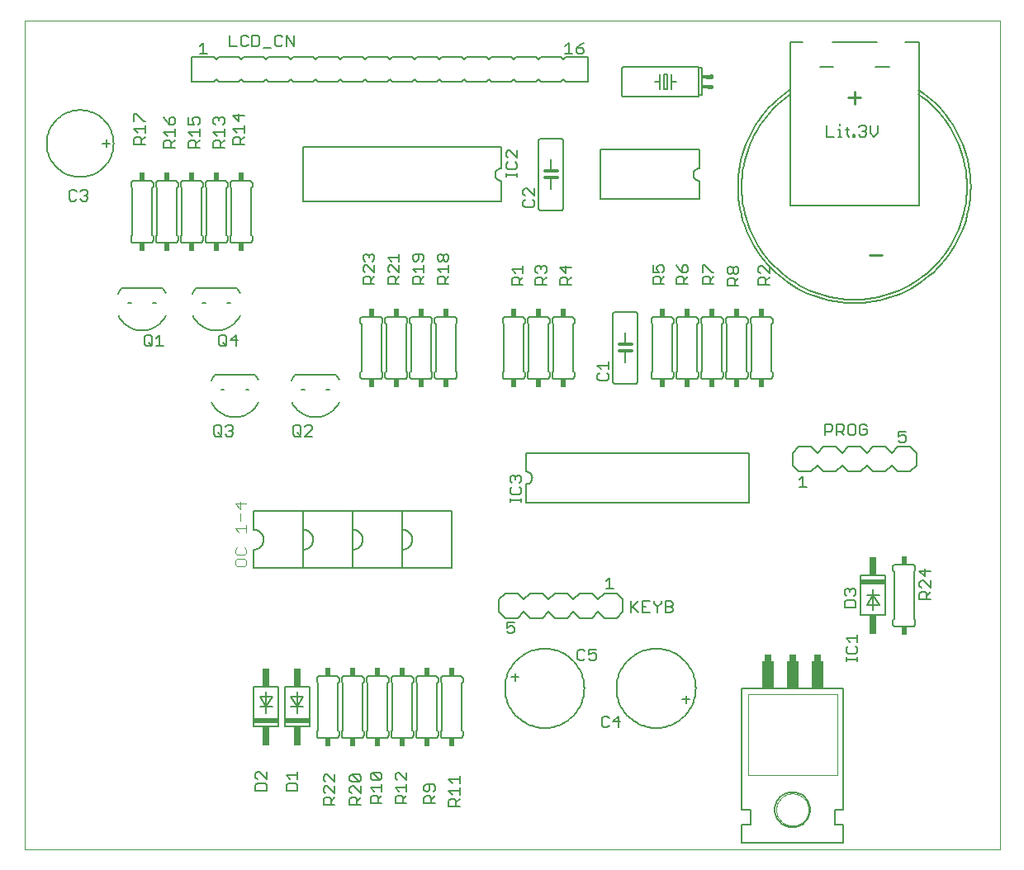
<source format=gto>
G75*
G70*
%OFA0B0*%
%FSLAX24Y24*%
%IPPOS*%
%LPD*%
%AMOC8*
5,1,8,0,0,1.08239X$1,22.5*
%
%ADD10C,0.0000*%
%ADD11C,0.0040*%
%ADD12C,0.0060*%
%ADD13C,0.0050*%
%ADD14C,0.0120*%
%ADD15R,0.0240X0.0340*%
%ADD16R,0.0230X0.0160*%
%ADD17C,0.0160*%
%ADD18C,0.0100*%
%ADD19C,0.0020*%
%ADD20R,0.0300X0.0250*%
%ADD21R,0.0500X0.1100*%
%ADD22R,0.1000X0.0200*%
%ADD23R,0.0300X0.0750*%
D10*
X000222Y000222D02*
X000222Y033686D01*
X039592Y033686D01*
X039592Y000222D01*
X000222Y000222D01*
X030572Y001822D02*
X030574Y001872D01*
X030580Y001922D01*
X030590Y001972D01*
X030603Y002020D01*
X030620Y002068D01*
X030641Y002114D01*
X030665Y002158D01*
X030693Y002200D01*
X030724Y002240D01*
X030758Y002277D01*
X030795Y002312D01*
X030834Y002343D01*
X030875Y002372D01*
X030919Y002397D01*
X030965Y002419D01*
X031012Y002437D01*
X031060Y002451D01*
X031109Y002462D01*
X031159Y002469D01*
X031209Y002472D01*
X031260Y002471D01*
X031310Y002466D01*
X031360Y002457D01*
X031408Y002445D01*
X031456Y002428D01*
X031502Y002408D01*
X031547Y002385D01*
X031590Y002358D01*
X031630Y002328D01*
X031668Y002295D01*
X031703Y002259D01*
X031736Y002220D01*
X031765Y002179D01*
X031791Y002136D01*
X031814Y002091D01*
X031833Y002044D01*
X031848Y001996D01*
X031860Y001947D01*
X031868Y001897D01*
X031872Y001847D01*
X031872Y001797D01*
X031868Y001747D01*
X031860Y001697D01*
X031848Y001648D01*
X031833Y001600D01*
X031814Y001553D01*
X031791Y001508D01*
X031765Y001465D01*
X031736Y001424D01*
X031703Y001385D01*
X031668Y001349D01*
X031630Y001316D01*
X031590Y001286D01*
X031547Y001259D01*
X031502Y001236D01*
X031456Y001216D01*
X031408Y001199D01*
X031360Y001187D01*
X031310Y001178D01*
X031260Y001173D01*
X031209Y001172D01*
X031159Y001175D01*
X031109Y001182D01*
X031060Y001193D01*
X031012Y001207D01*
X030965Y001225D01*
X030919Y001247D01*
X030875Y001272D01*
X030834Y001301D01*
X030795Y001332D01*
X030758Y001367D01*
X030724Y001404D01*
X030693Y001444D01*
X030665Y001486D01*
X030641Y001530D01*
X030620Y001576D01*
X030603Y001624D01*
X030590Y001672D01*
X030580Y001722D01*
X030574Y001772D01*
X030572Y001822D01*
D11*
X009183Y011719D02*
X009183Y011873D01*
X009106Y011949D01*
X008799Y011949D01*
X008722Y011873D01*
X008722Y011719D01*
X008799Y011643D01*
X009106Y011643D01*
X009183Y011719D01*
X009106Y012103D02*
X008799Y012103D01*
X008722Y012180D01*
X008722Y012333D01*
X008799Y012410D01*
X009106Y012410D02*
X009183Y012333D01*
X009183Y012180D01*
X009106Y012103D01*
X009183Y013024D02*
X009183Y013330D01*
X009183Y013177D02*
X008722Y013177D01*
X008876Y013024D01*
X008952Y013484D02*
X008952Y013791D01*
X008952Y013944D02*
X008722Y014174D01*
X009183Y014174D01*
X008952Y014251D02*
X008952Y013944D01*
D12*
X009472Y013872D02*
X009472Y013122D01*
X009511Y013120D01*
X009550Y013114D01*
X009588Y013105D01*
X009625Y013092D01*
X009661Y013075D01*
X009694Y013055D01*
X009726Y013031D01*
X009755Y013005D01*
X009781Y012976D01*
X009805Y012944D01*
X009825Y012911D01*
X009842Y012875D01*
X009855Y012838D01*
X009864Y012800D01*
X009870Y012761D01*
X009872Y012722D01*
X009870Y012683D01*
X009864Y012644D01*
X009855Y012606D01*
X009842Y012569D01*
X009825Y012533D01*
X009805Y012500D01*
X009781Y012468D01*
X009755Y012439D01*
X009726Y012413D01*
X009694Y012389D01*
X009661Y012369D01*
X009625Y012352D01*
X009588Y012339D01*
X009550Y012330D01*
X009511Y012324D01*
X009472Y012322D01*
X009472Y011572D01*
X011472Y011572D01*
X011472Y013872D01*
X009472Y013872D01*
X011472Y013872D02*
X011472Y013122D01*
X011511Y013120D01*
X011550Y013114D01*
X011588Y013105D01*
X011625Y013092D01*
X011661Y013075D01*
X011694Y013055D01*
X011726Y013031D01*
X011755Y013005D01*
X011781Y012976D01*
X011805Y012944D01*
X011825Y012911D01*
X011842Y012875D01*
X011855Y012838D01*
X011864Y012800D01*
X011870Y012761D01*
X011872Y012722D01*
X011870Y012683D01*
X011864Y012644D01*
X011855Y012606D01*
X011842Y012569D01*
X011825Y012533D01*
X011805Y012500D01*
X011781Y012468D01*
X011755Y012439D01*
X011726Y012413D01*
X011694Y012389D01*
X011661Y012369D01*
X011625Y012352D01*
X011588Y012339D01*
X011550Y012330D01*
X011511Y012324D01*
X011472Y012322D01*
X011472Y011572D01*
X013472Y011572D01*
X013472Y012322D01*
X013511Y012324D01*
X013550Y012330D01*
X013588Y012339D01*
X013625Y012352D01*
X013661Y012369D01*
X013694Y012389D01*
X013726Y012413D01*
X013755Y012439D01*
X013781Y012468D01*
X013805Y012500D01*
X013825Y012533D01*
X013842Y012569D01*
X013855Y012606D01*
X013864Y012644D01*
X013870Y012683D01*
X013872Y012722D01*
X013870Y012761D01*
X013864Y012800D01*
X013855Y012838D01*
X013842Y012875D01*
X013825Y012911D01*
X013805Y012944D01*
X013781Y012976D01*
X013755Y013005D01*
X013726Y013031D01*
X013694Y013055D01*
X013661Y013075D01*
X013625Y013092D01*
X013588Y013105D01*
X013550Y013114D01*
X013511Y013120D01*
X013472Y013122D01*
X013472Y013872D01*
X015472Y013872D01*
X015472Y013122D01*
X015511Y013120D01*
X015550Y013114D01*
X015588Y013105D01*
X015625Y013092D01*
X015661Y013075D01*
X015694Y013055D01*
X015726Y013031D01*
X015755Y013005D01*
X015781Y012976D01*
X015805Y012944D01*
X015825Y012911D01*
X015842Y012875D01*
X015855Y012838D01*
X015864Y012800D01*
X015870Y012761D01*
X015872Y012722D01*
X015870Y012683D01*
X015864Y012644D01*
X015855Y012606D01*
X015842Y012569D01*
X015825Y012533D01*
X015805Y012500D01*
X015781Y012468D01*
X015755Y012439D01*
X015726Y012413D01*
X015694Y012389D01*
X015661Y012369D01*
X015625Y012352D01*
X015588Y012339D01*
X015550Y012330D01*
X015511Y012324D01*
X015472Y012322D01*
X015472Y011572D01*
X017472Y011572D01*
X017472Y013872D01*
X015472Y013872D01*
X015472Y011572D01*
X013472Y011572D01*
X013472Y013872D01*
X011472Y013872D01*
X013872Y019222D02*
X014572Y019222D01*
X014589Y019224D01*
X014606Y019228D01*
X014622Y019235D01*
X014636Y019245D01*
X014649Y019258D01*
X014659Y019272D01*
X014666Y019288D01*
X014670Y019305D01*
X014672Y019322D01*
X014672Y019472D01*
X014622Y019522D01*
X014622Y021422D01*
X014672Y021472D01*
X014672Y021622D01*
X014772Y021622D02*
X014772Y021472D01*
X014822Y021422D01*
X014822Y019522D01*
X014772Y019472D01*
X014772Y019322D01*
X014774Y019305D01*
X014778Y019288D01*
X014785Y019272D01*
X014795Y019258D01*
X014808Y019245D01*
X014822Y019235D01*
X014838Y019228D01*
X014855Y019224D01*
X014872Y019222D01*
X015572Y019222D01*
X015589Y019224D01*
X015606Y019228D01*
X015622Y019235D01*
X015636Y019245D01*
X015649Y019258D01*
X015659Y019272D01*
X015666Y019288D01*
X015670Y019305D01*
X015672Y019322D01*
X015672Y019472D01*
X015622Y019522D01*
X015622Y021422D01*
X015672Y021472D01*
X015672Y021622D01*
X015772Y021622D02*
X015772Y021472D01*
X015822Y021422D01*
X015822Y019522D01*
X015772Y019472D01*
X015772Y019322D01*
X015774Y019305D01*
X015778Y019288D01*
X015785Y019272D01*
X015795Y019258D01*
X015808Y019245D01*
X015822Y019235D01*
X015838Y019228D01*
X015855Y019224D01*
X015872Y019222D01*
X016572Y019222D01*
X016589Y019224D01*
X016606Y019228D01*
X016622Y019235D01*
X016636Y019245D01*
X016649Y019258D01*
X016659Y019272D01*
X016666Y019288D01*
X016670Y019305D01*
X016672Y019322D01*
X016672Y019472D01*
X016622Y019522D01*
X016622Y021422D01*
X016672Y021472D01*
X016672Y021622D01*
X016772Y021622D02*
X016772Y021472D01*
X016822Y021422D01*
X016822Y019522D01*
X016772Y019472D01*
X016772Y019322D01*
X016774Y019305D01*
X016778Y019288D01*
X016785Y019272D01*
X016795Y019258D01*
X016808Y019245D01*
X016822Y019235D01*
X016838Y019228D01*
X016855Y019224D01*
X016872Y019222D01*
X017572Y019222D01*
X017589Y019224D01*
X017606Y019228D01*
X017622Y019235D01*
X017636Y019245D01*
X017649Y019258D01*
X017659Y019272D01*
X017666Y019288D01*
X017670Y019305D01*
X017672Y019322D01*
X017672Y019472D01*
X017622Y019522D01*
X017622Y021422D01*
X017672Y021472D01*
X017672Y021622D01*
X017670Y021639D01*
X017666Y021656D01*
X017659Y021672D01*
X017649Y021686D01*
X017636Y021699D01*
X017622Y021709D01*
X017606Y021716D01*
X017589Y021720D01*
X017572Y021722D01*
X016872Y021722D01*
X016855Y021720D01*
X016838Y021716D01*
X016822Y021709D01*
X016808Y021699D01*
X016795Y021686D01*
X016785Y021672D01*
X016778Y021656D01*
X016774Y021639D01*
X016772Y021622D01*
X016672Y021622D02*
X016670Y021639D01*
X016666Y021656D01*
X016659Y021672D01*
X016649Y021686D01*
X016636Y021699D01*
X016622Y021709D01*
X016606Y021716D01*
X016589Y021720D01*
X016572Y021722D01*
X015872Y021722D01*
X015855Y021720D01*
X015838Y021716D01*
X015822Y021709D01*
X015808Y021699D01*
X015795Y021686D01*
X015785Y021672D01*
X015778Y021656D01*
X015774Y021639D01*
X015772Y021622D01*
X015672Y021622D02*
X015670Y021639D01*
X015666Y021656D01*
X015659Y021672D01*
X015649Y021686D01*
X015636Y021699D01*
X015622Y021709D01*
X015606Y021716D01*
X015589Y021720D01*
X015572Y021722D01*
X014872Y021722D01*
X014855Y021720D01*
X014838Y021716D01*
X014822Y021709D01*
X014808Y021699D01*
X014795Y021686D01*
X014785Y021672D01*
X014778Y021656D01*
X014774Y021639D01*
X014772Y021622D01*
X014672Y021622D02*
X014670Y021639D01*
X014666Y021656D01*
X014659Y021672D01*
X014649Y021686D01*
X014636Y021699D01*
X014622Y021709D01*
X014606Y021716D01*
X014589Y021720D01*
X014572Y021722D01*
X013872Y021722D01*
X013855Y021720D01*
X013838Y021716D01*
X013822Y021709D01*
X013808Y021699D01*
X013795Y021686D01*
X013785Y021672D01*
X013778Y021656D01*
X013774Y021639D01*
X013772Y021622D01*
X013772Y021472D01*
X013822Y021422D01*
X013822Y019522D01*
X013772Y019472D01*
X013772Y019322D01*
X013774Y019305D01*
X013778Y019288D01*
X013785Y019272D01*
X013795Y019258D01*
X013808Y019245D01*
X013822Y019235D01*
X013838Y019228D01*
X013855Y019224D01*
X013872Y019222D01*
X019522Y019322D02*
X019522Y019472D01*
X019572Y019522D01*
X019572Y021422D01*
X019522Y021472D01*
X019522Y021622D01*
X019524Y021639D01*
X019528Y021656D01*
X019535Y021672D01*
X019545Y021686D01*
X019558Y021699D01*
X019572Y021709D01*
X019588Y021716D01*
X019605Y021720D01*
X019622Y021722D01*
X020322Y021722D01*
X020339Y021720D01*
X020356Y021716D01*
X020372Y021709D01*
X020386Y021699D01*
X020399Y021686D01*
X020409Y021672D01*
X020416Y021656D01*
X020420Y021639D01*
X020422Y021622D01*
X020422Y021472D01*
X020372Y021422D01*
X020372Y019522D01*
X020422Y019472D01*
X020422Y019322D01*
X020522Y019322D02*
X020522Y019472D01*
X020572Y019522D01*
X020572Y021422D01*
X020522Y021472D01*
X020522Y021622D01*
X020524Y021639D01*
X020528Y021656D01*
X020535Y021672D01*
X020545Y021686D01*
X020558Y021699D01*
X020572Y021709D01*
X020588Y021716D01*
X020605Y021720D01*
X020622Y021722D01*
X021322Y021722D01*
X021339Y021720D01*
X021356Y021716D01*
X021372Y021709D01*
X021386Y021699D01*
X021399Y021686D01*
X021409Y021672D01*
X021416Y021656D01*
X021420Y021639D01*
X021422Y021622D01*
X021422Y021472D01*
X021372Y021422D01*
X021372Y019522D01*
X021422Y019472D01*
X021422Y019322D01*
X021522Y019322D02*
X021522Y019472D01*
X021572Y019522D01*
X021572Y021422D01*
X021522Y021472D01*
X021522Y021622D01*
X021524Y021639D01*
X021528Y021656D01*
X021535Y021672D01*
X021545Y021686D01*
X021558Y021699D01*
X021572Y021709D01*
X021588Y021716D01*
X021605Y021720D01*
X021622Y021722D01*
X022322Y021722D01*
X022339Y021720D01*
X022356Y021716D01*
X022372Y021709D01*
X022386Y021699D01*
X022399Y021686D01*
X022409Y021672D01*
X022416Y021656D01*
X022420Y021639D01*
X022422Y021622D01*
X022422Y021472D01*
X022372Y021422D01*
X022372Y019522D01*
X022422Y019472D01*
X022422Y019322D01*
X022420Y019305D01*
X022416Y019288D01*
X022409Y019272D01*
X022399Y019258D01*
X022386Y019245D01*
X022372Y019235D01*
X022356Y019228D01*
X022339Y019224D01*
X022322Y019222D01*
X021622Y019222D01*
X021605Y019224D01*
X021588Y019228D01*
X021572Y019235D01*
X021558Y019245D01*
X021545Y019258D01*
X021535Y019272D01*
X021528Y019288D01*
X021524Y019305D01*
X021522Y019322D01*
X021422Y019322D02*
X021420Y019305D01*
X021416Y019288D01*
X021409Y019272D01*
X021399Y019258D01*
X021386Y019245D01*
X021372Y019235D01*
X021356Y019228D01*
X021339Y019224D01*
X021322Y019222D01*
X020622Y019222D01*
X020605Y019224D01*
X020588Y019228D01*
X020572Y019235D01*
X020558Y019245D01*
X020545Y019258D01*
X020535Y019272D01*
X020528Y019288D01*
X020524Y019305D01*
X020522Y019322D01*
X020422Y019322D02*
X020420Y019305D01*
X020416Y019288D01*
X020409Y019272D01*
X020399Y019258D01*
X020386Y019245D01*
X020372Y019235D01*
X020356Y019228D01*
X020339Y019224D01*
X020322Y019222D01*
X019622Y019222D01*
X019605Y019224D01*
X019588Y019228D01*
X019572Y019235D01*
X019558Y019245D01*
X019545Y019258D01*
X019535Y019272D01*
X019528Y019288D01*
X019524Y019305D01*
X019522Y019322D01*
X020472Y016222D02*
X020472Y015472D01*
X020502Y015470D01*
X020532Y015465D01*
X020561Y015456D01*
X020588Y015443D01*
X020614Y015428D01*
X020638Y015409D01*
X020659Y015388D01*
X020678Y015364D01*
X020693Y015338D01*
X020706Y015311D01*
X020715Y015282D01*
X020720Y015252D01*
X020722Y015222D01*
X020720Y015192D01*
X020715Y015162D01*
X020706Y015133D01*
X020693Y015106D01*
X020678Y015080D01*
X020659Y015056D01*
X020638Y015035D01*
X020614Y015016D01*
X020588Y015001D01*
X020561Y014988D01*
X020532Y014979D01*
X020502Y014974D01*
X020472Y014972D01*
X020472Y014222D01*
X029472Y014222D01*
X029472Y016222D01*
X020472Y016222D01*
X023972Y019122D02*
X023972Y021822D01*
X023974Y021839D01*
X023978Y021856D01*
X023985Y021872D01*
X023995Y021886D01*
X024008Y021899D01*
X024022Y021909D01*
X024038Y021916D01*
X024055Y021920D01*
X024072Y021922D01*
X024872Y021922D01*
X024889Y021920D01*
X024906Y021916D01*
X024922Y021909D01*
X024936Y021899D01*
X024949Y021886D01*
X024959Y021872D01*
X024966Y021856D01*
X024970Y021839D01*
X024972Y021822D01*
X024972Y019122D01*
X024970Y019105D01*
X024966Y019088D01*
X024959Y019072D01*
X024949Y019058D01*
X024936Y019045D01*
X024922Y019035D01*
X024906Y019028D01*
X024889Y019024D01*
X024872Y019022D01*
X024072Y019022D01*
X024055Y019024D01*
X024038Y019028D01*
X024022Y019035D01*
X024008Y019045D01*
X023995Y019058D01*
X023985Y019072D01*
X023978Y019088D01*
X023974Y019105D01*
X023972Y019122D01*
X024472Y019872D02*
X024472Y020352D01*
X024472Y020602D02*
X024472Y021072D01*
X025522Y021472D02*
X025522Y021622D01*
X025524Y021639D01*
X025528Y021656D01*
X025535Y021672D01*
X025545Y021686D01*
X025558Y021699D01*
X025572Y021709D01*
X025588Y021716D01*
X025605Y021720D01*
X025622Y021722D01*
X026322Y021722D01*
X026339Y021720D01*
X026356Y021716D01*
X026372Y021709D01*
X026386Y021699D01*
X026399Y021686D01*
X026409Y021672D01*
X026416Y021656D01*
X026420Y021639D01*
X026422Y021622D01*
X026422Y021472D01*
X026372Y021422D01*
X026372Y019522D01*
X026422Y019472D01*
X026422Y019322D01*
X026522Y019322D02*
X026522Y019472D01*
X026572Y019522D01*
X026572Y021422D01*
X026522Y021472D01*
X026522Y021622D01*
X026524Y021639D01*
X026528Y021656D01*
X026535Y021672D01*
X026545Y021686D01*
X026558Y021699D01*
X026572Y021709D01*
X026588Y021716D01*
X026605Y021720D01*
X026622Y021722D01*
X027322Y021722D01*
X027339Y021720D01*
X027356Y021716D01*
X027372Y021709D01*
X027386Y021699D01*
X027399Y021686D01*
X027409Y021672D01*
X027416Y021656D01*
X027420Y021639D01*
X027422Y021622D01*
X027422Y021472D01*
X027372Y021422D01*
X027372Y019522D01*
X027422Y019472D01*
X027422Y019322D01*
X027522Y019322D02*
X027522Y019472D01*
X027572Y019522D01*
X027572Y021422D01*
X027522Y021472D01*
X027522Y021622D01*
X027524Y021639D01*
X027528Y021656D01*
X027535Y021672D01*
X027545Y021686D01*
X027558Y021699D01*
X027572Y021709D01*
X027588Y021716D01*
X027605Y021720D01*
X027622Y021722D01*
X028322Y021722D01*
X028339Y021720D01*
X028356Y021716D01*
X028372Y021709D01*
X028386Y021699D01*
X028399Y021686D01*
X028409Y021672D01*
X028416Y021656D01*
X028420Y021639D01*
X028422Y021622D01*
X028422Y021472D01*
X028372Y021422D01*
X028372Y019522D01*
X028422Y019472D01*
X028422Y019322D01*
X028522Y019322D02*
X028522Y019472D01*
X028572Y019522D01*
X028572Y021422D01*
X028522Y021472D01*
X028522Y021622D01*
X028524Y021639D01*
X028528Y021656D01*
X028535Y021672D01*
X028545Y021686D01*
X028558Y021699D01*
X028572Y021709D01*
X028588Y021716D01*
X028605Y021720D01*
X028622Y021722D01*
X029322Y021722D01*
X029339Y021720D01*
X029356Y021716D01*
X029372Y021709D01*
X029386Y021699D01*
X029399Y021686D01*
X029409Y021672D01*
X029416Y021656D01*
X029420Y021639D01*
X029422Y021622D01*
X029422Y021472D01*
X029372Y021422D01*
X029372Y019522D01*
X029422Y019472D01*
X029422Y019322D01*
X029522Y019322D02*
X029522Y019472D01*
X029572Y019522D01*
X029572Y021422D01*
X029522Y021472D01*
X029522Y021622D01*
X029524Y021639D01*
X029528Y021656D01*
X029535Y021672D01*
X029545Y021686D01*
X029558Y021699D01*
X029572Y021709D01*
X029588Y021716D01*
X029605Y021720D01*
X029622Y021722D01*
X030322Y021722D01*
X030339Y021720D01*
X030356Y021716D01*
X030372Y021709D01*
X030386Y021699D01*
X030399Y021686D01*
X030409Y021672D01*
X030416Y021656D01*
X030420Y021639D01*
X030422Y021622D01*
X030422Y021472D01*
X030372Y021422D01*
X030372Y019522D01*
X030422Y019472D01*
X030422Y019322D01*
X030420Y019305D01*
X030416Y019288D01*
X030409Y019272D01*
X030399Y019258D01*
X030386Y019245D01*
X030372Y019235D01*
X030356Y019228D01*
X030339Y019224D01*
X030322Y019222D01*
X029622Y019222D01*
X029605Y019224D01*
X029588Y019228D01*
X029572Y019235D01*
X029558Y019245D01*
X029545Y019258D01*
X029535Y019272D01*
X029528Y019288D01*
X029524Y019305D01*
X029522Y019322D01*
X029422Y019322D02*
X029420Y019305D01*
X029416Y019288D01*
X029409Y019272D01*
X029399Y019258D01*
X029386Y019245D01*
X029372Y019235D01*
X029356Y019228D01*
X029339Y019224D01*
X029322Y019222D01*
X028622Y019222D01*
X028605Y019224D01*
X028588Y019228D01*
X028572Y019235D01*
X028558Y019245D01*
X028545Y019258D01*
X028535Y019272D01*
X028528Y019288D01*
X028524Y019305D01*
X028522Y019322D01*
X028422Y019322D02*
X028420Y019305D01*
X028416Y019288D01*
X028409Y019272D01*
X028399Y019258D01*
X028386Y019245D01*
X028372Y019235D01*
X028356Y019228D01*
X028339Y019224D01*
X028322Y019222D01*
X027622Y019222D01*
X027605Y019224D01*
X027588Y019228D01*
X027572Y019235D01*
X027558Y019245D01*
X027545Y019258D01*
X027535Y019272D01*
X027528Y019288D01*
X027524Y019305D01*
X027522Y019322D01*
X027422Y019322D02*
X027420Y019305D01*
X027416Y019288D01*
X027409Y019272D01*
X027399Y019258D01*
X027386Y019245D01*
X027372Y019235D01*
X027356Y019228D01*
X027339Y019224D01*
X027322Y019222D01*
X026622Y019222D01*
X026605Y019224D01*
X026588Y019228D01*
X026572Y019235D01*
X026558Y019245D01*
X026545Y019258D01*
X026535Y019272D01*
X026528Y019288D01*
X026524Y019305D01*
X026522Y019322D01*
X026422Y019322D02*
X026420Y019305D01*
X026416Y019288D01*
X026409Y019272D01*
X026399Y019258D01*
X026386Y019245D01*
X026372Y019235D01*
X026356Y019228D01*
X026339Y019224D01*
X026322Y019222D01*
X025622Y019222D01*
X025605Y019224D01*
X025588Y019228D01*
X025572Y019235D01*
X025558Y019245D01*
X025545Y019258D01*
X025535Y019272D01*
X025528Y019288D01*
X025524Y019305D01*
X025522Y019322D01*
X025522Y019472D01*
X025572Y019522D01*
X025572Y021422D01*
X025522Y021472D01*
X021872Y026022D02*
X021072Y026022D01*
X021055Y026024D01*
X021038Y026028D01*
X021022Y026035D01*
X021008Y026045D01*
X020995Y026058D01*
X020985Y026072D01*
X020978Y026088D01*
X020974Y026105D01*
X020972Y026122D01*
X020972Y028822D01*
X020974Y028839D01*
X020978Y028856D01*
X020985Y028872D01*
X020995Y028886D01*
X021008Y028899D01*
X021022Y028909D01*
X021038Y028916D01*
X021055Y028920D01*
X021072Y028922D01*
X021872Y028922D01*
X021889Y028920D01*
X021906Y028916D01*
X021922Y028909D01*
X021936Y028899D01*
X021949Y028886D01*
X021959Y028872D01*
X021966Y028856D01*
X021970Y028839D01*
X021972Y028822D01*
X021972Y026122D01*
X021970Y026105D01*
X021966Y026088D01*
X021959Y026072D01*
X021949Y026058D01*
X021936Y026045D01*
X021922Y026035D01*
X021906Y026028D01*
X021889Y026024D01*
X021872Y026022D01*
X021472Y026872D02*
X021472Y027352D01*
X021472Y027602D02*
X021472Y028072D01*
X019472Y027722D02*
X019472Y028572D01*
X011472Y028572D01*
X011472Y026372D01*
X019472Y026372D01*
X019472Y027222D01*
X019442Y027224D01*
X019412Y027229D01*
X019383Y027238D01*
X019356Y027251D01*
X019330Y027266D01*
X019306Y027285D01*
X019285Y027306D01*
X019266Y027330D01*
X019251Y027356D01*
X019238Y027383D01*
X019229Y027412D01*
X019224Y027442D01*
X019222Y027472D01*
X019224Y027502D01*
X019229Y027532D01*
X019238Y027561D01*
X019251Y027588D01*
X019266Y027614D01*
X019285Y027638D01*
X019306Y027659D01*
X019330Y027678D01*
X019356Y027693D01*
X019383Y027706D01*
X019412Y027715D01*
X019442Y027720D01*
X019472Y027722D01*
X019072Y031222D02*
X019872Y031222D01*
X019972Y031322D01*
X020072Y031222D01*
X020872Y031222D01*
X020972Y031322D01*
X021072Y031222D01*
X021872Y031222D01*
X021972Y031322D01*
X022072Y031222D01*
X022972Y031222D01*
X022972Y032222D01*
X022072Y032222D01*
X021972Y032122D01*
X021872Y032222D01*
X021072Y032222D01*
X020972Y032122D01*
X020872Y032222D01*
X020072Y032222D01*
X019972Y032122D01*
X019872Y032222D01*
X019072Y032222D01*
X018972Y032122D01*
X018872Y032222D01*
X018072Y032222D01*
X017972Y032122D01*
X017872Y032222D01*
X017072Y032222D01*
X016972Y032122D01*
X016872Y032222D01*
X016072Y032222D01*
X015972Y032122D01*
X015872Y032222D01*
X015072Y032222D01*
X014972Y032122D01*
X014872Y032222D01*
X014072Y032222D01*
X013972Y032122D01*
X013872Y032222D01*
X013072Y032222D01*
X012972Y032122D01*
X012872Y032222D01*
X012072Y032222D01*
X011972Y032122D01*
X011872Y032222D01*
X011072Y032222D01*
X010972Y032122D01*
X010872Y032222D01*
X010072Y032222D01*
X009972Y032122D01*
X009872Y032222D01*
X009072Y032222D01*
X008972Y032122D01*
X008872Y032222D01*
X008072Y032222D01*
X007972Y032122D01*
X007872Y032222D01*
X006972Y032222D01*
X006972Y031222D01*
X007872Y031222D01*
X007972Y031322D01*
X008072Y031222D01*
X008872Y031222D01*
X008972Y031322D01*
X009072Y031222D01*
X009872Y031222D01*
X009972Y031322D01*
X010072Y031222D01*
X010872Y031222D01*
X010972Y031322D01*
X011072Y031222D01*
X011872Y031222D01*
X011972Y031322D01*
X012072Y031222D01*
X012872Y031222D01*
X012972Y031322D01*
X013072Y031222D01*
X013872Y031222D01*
X013972Y031322D01*
X014072Y031222D01*
X014872Y031222D01*
X014972Y031322D01*
X015072Y031222D01*
X015872Y031222D01*
X015972Y031322D01*
X016072Y031222D01*
X016872Y031222D01*
X016972Y031322D01*
X017072Y031222D01*
X017872Y031222D01*
X017972Y031322D01*
X018072Y031222D01*
X018872Y031222D01*
X018972Y031322D01*
X019072Y031222D01*
X023472Y028472D02*
X023472Y026472D01*
X027472Y026472D01*
X027472Y027222D01*
X027442Y027224D01*
X027412Y027229D01*
X027383Y027238D01*
X027356Y027251D01*
X027330Y027266D01*
X027306Y027285D01*
X027285Y027306D01*
X027266Y027330D01*
X027251Y027356D01*
X027238Y027383D01*
X027229Y027412D01*
X027224Y027442D01*
X027222Y027472D01*
X027224Y027502D01*
X027229Y027532D01*
X027238Y027561D01*
X027251Y027588D01*
X027266Y027614D01*
X027285Y027638D01*
X027306Y027659D01*
X027330Y027678D01*
X027356Y027693D01*
X027383Y027706D01*
X027412Y027715D01*
X027442Y027720D01*
X027472Y027722D01*
X027472Y028472D01*
X023472Y028472D01*
X024422Y030622D02*
X027422Y030622D01*
X027422Y030672D01*
X027422Y031772D01*
X027422Y031822D01*
X024422Y031822D01*
X024405Y031820D01*
X024388Y031816D01*
X024372Y031809D01*
X024358Y031799D01*
X024345Y031786D01*
X024335Y031772D01*
X024328Y031756D01*
X024324Y031739D01*
X024322Y031722D01*
X024322Y030722D01*
X024324Y030705D01*
X024328Y030688D01*
X024335Y030672D01*
X024345Y030658D01*
X024358Y030645D01*
X024372Y030635D01*
X024388Y030628D01*
X024405Y030624D01*
X024422Y030622D01*
X025672Y031222D02*
X025872Y031222D01*
X025872Y031522D01*
X026022Y031522D02*
X026022Y030922D01*
X026172Y030922D01*
X026172Y031522D01*
X026022Y031522D01*
X026322Y031522D02*
X026322Y031222D01*
X026522Y031222D01*
X026322Y031222D02*
X026322Y030922D01*
X025872Y030922D02*
X025872Y031222D01*
X027422Y031772D02*
X027572Y031772D01*
X027572Y030672D01*
X027422Y030672D01*
X031122Y032822D02*
X031622Y032822D01*
X031122Y032822D02*
X031122Y026222D01*
X036322Y026222D01*
X036322Y032822D01*
X035772Y032822D01*
X034622Y032822D02*
X032822Y032822D01*
X032872Y031822D02*
X032322Y031822D01*
X034572Y031822D02*
X035122Y031822D01*
X031102Y030692D02*
X030927Y030562D01*
X030759Y030425D01*
X030597Y030279D01*
X030442Y030126D01*
X030295Y029965D01*
X030156Y029798D01*
X030025Y029624D01*
X029902Y029444D01*
X029788Y029258D01*
X029683Y029067D01*
X029588Y028872D01*
X029501Y028672D01*
X029425Y028468D01*
X029358Y028261D01*
X029302Y028050D01*
X029255Y027838D01*
X029219Y027623D01*
X029193Y027407D01*
X029177Y027190D01*
X029172Y026972D01*
X036316Y030891D02*
X036497Y030765D01*
X036672Y030631D01*
X036840Y030488D01*
X037002Y030338D01*
X037156Y030180D01*
X037303Y030016D01*
X037442Y029844D01*
X037573Y029666D01*
X037695Y029483D01*
X037809Y029293D01*
X037913Y029099D01*
X038008Y028900D01*
X038094Y028697D01*
X038170Y028489D01*
X038237Y028279D01*
X038293Y028065D01*
X038339Y027850D01*
X038375Y027632D01*
X038401Y027413D01*
X038417Y027193D01*
X038422Y026972D01*
X031115Y030883D02*
X030935Y030756D01*
X030761Y030622D01*
X030593Y030479D01*
X030433Y030329D01*
X030279Y030172D01*
X030133Y030007D01*
X029995Y029836D01*
X029865Y029658D01*
X029744Y029475D01*
X029631Y029286D01*
X029527Y029092D01*
X029433Y028894D01*
X029348Y028691D01*
X029272Y028484D01*
X029206Y028274D01*
X029150Y028062D01*
X029104Y027847D01*
X029068Y027630D01*
X029043Y027411D01*
X029027Y027192D01*
X029022Y026972D01*
X029027Y026745D01*
X029044Y026518D01*
X029071Y026293D01*
X029110Y026069D01*
X029159Y025847D01*
X029218Y025628D01*
X029288Y025412D01*
X029369Y025200D01*
X029460Y024991D01*
X029560Y024788D01*
X029671Y024589D01*
X029791Y024396D01*
X029920Y024209D01*
X030058Y024029D01*
X030204Y023855D01*
X030359Y023689D01*
X030521Y023530D01*
X030691Y023380D01*
X030868Y023237D01*
X031052Y023104D01*
X031242Y022980D01*
X031438Y022864D01*
X031639Y022759D01*
X031845Y022663D01*
X032055Y022577D01*
X032270Y022502D01*
X032487Y022437D01*
X032708Y022383D01*
X032931Y022339D01*
X033155Y022306D01*
X033382Y022284D01*
X033608Y022273D01*
X033836Y022273D01*
X034062Y022284D01*
X034289Y022306D01*
X034513Y022339D01*
X034736Y022383D01*
X034957Y022437D01*
X035174Y022502D01*
X035389Y022577D01*
X035599Y022663D01*
X035805Y022759D01*
X036006Y022864D01*
X036202Y022980D01*
X036392Y023104D01*
X036576Y023237D01*
X036753Y023380D01*
X036923Y023530D01*
X037085Y023689D01*
X037240Y023855D01*
X037386Y024029D01*
X037524Y024209D01*
X037653Y024396D01*
X037773Y024589D01*
X037884Y024788D01*
X037984Y024991D01*
X038075Y025200D01*
X038156Y025412D01*
X038226Y025628D01*
X038285Y025847D01*
X038334Y026069D01*
X038373Y026293D01*
X038400Y026518D01*
X038417Y026745D01*
X038422Y026972D01*
X038272Y026972D02*
X038267Y027192D01*
X038251Y027411D01*
X038224Y027630D01*
X038187Y027846D01*
X038140Y028061D01*
X038082Y028273D01*
X038014Y028482D01*
X037936Y028688D01*
X037848Y028890D01*
X037751Y029087D01*
X037644Y029279D01*
X037528Y029466D01*
X037403Y029647D01*
X037269Y029821D01*
X037128Y029989D01*
X036978Y030150D01*
X036820Y030304D01*
X036656Y030450D01*
X036484Y030588D01*
X036306Y030717D01*
X038272Y026972D02*
X038267Y026752D01*
X038251Y026533D01*
X038224Y026315D01*
X038187Y026098D01*
X038140Y025883D01*
X038082Y025671D01*
X038014Y025462D01*
X037936Y025256D01*
X037848Y025055D01*
X037751Y024858D01*
X037644Y024665D01*
X037528Y024479D01*
X037403Y024298D01*
X037270Y024123D01*
X037128Y023955D01*
X036978Y023794D01*
X036821Y023640D01*
X036656Y023494D01*
X036485Y023357D01*
X036307Y023227D01*
X036123Y023107D01*
X035933Y022995D01*
X035739Y022893D01*
X035539Y022801D01*
X035335Y022718D01*
X035128Y022645D01*
X034917Y022582D01*
X034704Y022529D01*
X034488Y022487D01*
X034270Y022455D01*
X034052Y022434D01*
X033832Y022423D01*
X033612Y022423D01*
X033392Y022434D01*
X033174Y022455D01*
X032956Y022487D01*
X032740Y022529D01*
X032527Y022582D01*
X032316Y022645D01*
X032109Y022718D01*
X031905Y022801D01*
X031705Y022893D01*
X031511Y022995D01*
X031321Y023107D01*
X031137Y023227D01*
X030959Y023357D01*
X030788Y023494D01*
X030623Y023640D01*
X030466Y023794D01*
X030316Y023955D01*
X030174Y024123D01*
X030041Y024298D01*
X029916Y024479D01*
X029800Y024665D01*
X029693Y024858D01*
X029596Y025055D01*
X029508Y025256D01*
X029430Y025462D01*
X029362Y025671D01*
X029304Y025883D01*
X029257Y026098D01*
X029220Y026315D01*
X029193Y026533D01*
X029177Y026752D01*
X029172Y026972D01*
X031472Y016472D02*
X031222Y016222D01*
X031222Y015722D01*
X031472Y015472D01*
X031972Y015472D01*
X032222Y015722D01*
X032472Y015472D01*
X032972Y015472D01*
X033222Y015722D01*
X033472Y015472D01*
X033972Y015472D01*
X034222Y015722D01*
X034472Y015472D01*
X034972Y015472D01*
X035222Y015722D01*
X035472Y015472D01*
X035972Y015472D01*
X036222Y015722D01*
X036222Y016222D01*
X035972Y016472D01*
X035472Y016472D01*
X035222Y016222D01*
X034972Y016472D01*
X034472Y016472D01*
X034222Y016222D01*
X033972Y016472D01*
X033472Y016472D01*
X033222Y016222D01*
X032972Y016472D01*
X032472Y016472D01*
X032222Y016222D01*
X031972Y016472D01*
X031472Y016472D01*
X035372Y011722D02*
X036072Y011722D01*
X036089Y011720D01*
X036106Y011716D01*
X036122Y011709D01*
X036136Y011699D01*
X036149Y011686D01*
X036159Y011672D01*
X036166Y011656D01*
X036170Y011639D01*
X036172Y011622D01*
X036172Y011472D01*
X036122Y011422D01*
X036122Y009522D01*
X036172Y009472D01*
X036172Y009322D01*
X036170Y009305D01*
X036166Y009288D01*
X036159Y009272D01*
X036149Y009258D01*
X036136Y009245D01*
X036122Y009235D01*
X036106Y009228D01*
X036089Y009224D01*
X036072Y009222D01*
X035372Y009222D01*
X035355Y009224D01*
X035338Y009228D01*
X035322Y009235D01*
X035308Y009245D01*
X035295Y009258D01*
X035285Y009272D01*
X035278Y009288D01*
X035274Y009305D01*
X035272Y009322D01*
X035272Y009472D01*
X035322Y009522D01*
X035322Y011422D01*
X035272Y011472D01*
X035272Y011622D01*
X035274Y011639D01*
X035278Y011656D01*
X035285Y011672D01*
X035295Y011686D01*
X035308Y011699D01*
X035322Y011709D01*
X035338Y011716D01*
X035355Y011720D01*
X035372Y011722D01*
X034972Y011272D02*
X033972Y011272D01*
X033972Y009672D01*
X034972Y009672D01*
X034972Y011272D01*
X034472Y010722D02*
X034472Y010472D01*
X034222Y010472D01*
X034472Y010472D02*
X034222Y010072D01*
X034722Y010072D01*
X034472Y010472D01*
X034722Y010472D01*
X034472Y010472D02*
X034472Y009872D01*
X027072Y006272D02*
X026772Y006272D01*
X026922Y006422D02*
X026922Y006122D01*
X024122Y006722D02*
X024124Y006802D01*
X024130Y006881D01*
X024140Y006960D01*
X024154Y007039D01*
X024171Y007117D01*
X024193Y007194D01*
X024218Y007269D01*
X024248Y007343D01*
X024280Y007416D01*
X024317Y007487D01*
X024357Y007556D01*
X024400Y007623D01*
X024447Y007688D01*
X024496Y007750D01*
X024549Y007810D01*
X024605Y007867D01*
X024663Y007922D01*
X024724Y007973D01*
X024788Y008021D01*
X024854Y008066D01*
X024922Y008108D01*
X024992Y008146D01*
X025064Y008180D01*
X025137Y008211D01*
X025212Y008239D01*
X025289Y008262D01*
X025366Y008282D01*
X025444Y008298D01*
X025523Y008310D01*
X025602Y008318D01*
X025682Y008322D01*
X025762Y008322D01*
X025842Y008318D01*
X025921Y008310D01*
X026000Y008298D01*
X026078Y008282D01*
X026155Y008262D01*
X026232Y008239D01*
X026307Y008211D01*
X026380Y008180D01*
X026452Y008146D01*
X026522Y008108D01*
X026590Y008066D01*
X026656Y008021D01*
X026720Y007973D01*
X026781Y007922D01*
X026839Y007867D01*
X026895Y007810D01*
X026948Y007750D01*
X026997Y007688D01*
X027044Y007623D01*
X027087Y007556D01*
X027127Y007487D01*
X027164Y007416D01*
X027196Y007343D01*
X027226Y007269D01*
X027251Y007194D01*
X027273Y007117D01*
X027290Y007039D01*
X027304Y006960D01*
X027314Y006881D01*
X027320Y006802D01*
X027322Y006722D01*
X027320Y006642D01*
X027314Y006563D01*
X027304Y006484D01*
X027290Y006405D01*
X027273Y006327D01*
X027251Y006250D01*
X027226Y006175D01*
X027196Y006101D01*
X027164Y006028D01*
X027127Y005957D01*
X027087Y005888D01*
X027044Y005821D01*
X026997Y005756D01*
X026948Y005694D01*
X026895Y005634D01*
X026839Y005577D01*
X026781Y005522D01*
X026720Y005471D01*
X026656Y005423D01*
X026590Y005378D01*
X026522Y005336D01*
X026452Y005298D01*
X026380Y005264D01*
X026307Y005233D01*
X026232Y005205D01*
X026155Y005182D01*
X026078Y005162D01*
X026000Y005146D01*
X025921Y005134D01*
X025842Y005126D01*
X025762Y005122D01*
X025682Y005122D01*
X025602Y005126D01*
X025523Y005134D01*
X025444Y005146D01*
X025366Y005162D01*
X025289Y005182D01*
X025212Y005205D01*
X025137Y005233D01*
X025064Y005264D01*
X024992Y005298D01*
X024922Y005336D01*
X024854Y005378D01*
X024788Y005423D01*
X024724Y005471D01*
X024663Y005522D01*
X024605Y005577D01*
X024549Y005634D01*
X024496Y005694D01*
X024447Y005756D01*
X024400Y005821D01*
X024357Y005888D01*
X024317Y005957D01*
X024280Y006028D01*
X024248Y006101D01*
X024218Y006175D01*
X024193Y006250D01*
X024171Y006327D01*
X024154Y006405D01*
X024140Y006484D01*
X024130Y006563D01*
X024124Y006642D01*
X024122Y006722D01*
X019622Y006722D02*
X019624Y006802D01*
X019630Y006881D01*
X019640Y006960D01*
X019654Y007039D01*
X019671Y007117D01*
X019693Y007194D01*
X019718Y007269D01*
X019748Y007343D01*
X019780Y007416D01*
X019817Y007487D01*
X019857Y007556D01*
X019900Y007623D01*
X019947Y007688D01*
X019996Y007750D01*
X020049Y007810D01*
X020105Y007867D01*
X020163Y007922D01*
X020224Y007973D01*
X020288Y008021D01*
X020354Y008066D01*
X020422Y008108D01*
X020492Y008146D01*
X020564Y008180D01*
X020637Y008211D01*
X020712Y008239D01*
X020789Y008262D01*
X020866Y008282D01*
X020944Y008298D01*
X021023Y008310D01*
X021102Y008318D01*
X021182Y008322D01*
X021262Y008322D01*
X021342Y008318D01*
X021421Y008310D01*
X021500Y008298D01*
X021578Y008282D01*
X021655Y008262D01*
X021732Y008239D01*
X021807Y008211D01*
X021880Y008180D01*
X021952Y008146D01*
X022022Y008108D01*
X022090Y008066D01*
X022156Y008021D01*
X022220Y007973D01*
X022281Y007922D01*
X022339Y007867D01*
X022395Y007810D01*
X022448Y007750D01*
X022497Y007688D01*
X022544Y007623D01*
X022587Y007556D01*
X022627Y007487D01*
X022664Y007416D01*
X022696Y007343D01*
X022726Y007269D01*
X022751Y007194D01*
X022773Y007117D01*
X022790Y007039D01*
X022804Y006960D01*
X022814Y006881D01*
X022820Y006802D01*
X022822Y006722D01*
X022820Y006642D01*
X022814Y006563D01*
X022804Y006484D01*
X022790Y006405D01*
X022773Y006327D01*
X022751Y006250D01*
X022726Y006175D01*
X022696Y006101D01*
X022664Y006028D01*
X022627Y005957D01*
X022587Y005888D01*
X022544Y005821D01*
X022497Y005756D01*
X022448Y005694D01*
X022395Y005634D01*
X022339Y005577D01*
X022281Y005522D01*
X022220Y005471D01*
X022156Y005423D01*
X022090Y005378D01*
X022022Y005336D01*
X021952Y005298D01*
X021880Y005264D01*
X021807Y005233D01*
X021732Y005205D01*
X021655Y005182D01*
X021578Y005162D01*
X021500Y005146D01*
X021421Y005134D01*
X021342Y005126D01*
X021262Y005122D01*
X021182Y005122D01*
X021102Y005126D01*
X021023Y005134D01*
X020944Y005146D01*
X020866Y005162D01*
X020789Y005182D01*
X020712Y005205D01*
X020637Y005233D01*
X020564Y005264D01*
X020492Y005298D01*
X020422Y005336D01*
X020354Y005378D01*
X020288Y005423D01*
X020224Y005471D01*
X020163Y005522D01*
X020105Y005577D01*
X020049Y005634D01*
X019996Y005694D01*
X019947Y005756D01*
X019900Y005821D01*
X019857Y005888D01*
X019817Y005957D01*
X019780Y006028D01*
X019748Y006101D01*
X019718Y006175D01*
X019693Y006250D01*
X019671Y006327D01*
X019654Y006405D01*
X019640Y006484D01*
X019630Y006563D01*
X019624Y006642D01*
X019622Y006722D01*
X020022Y007022D02*
X020022Y007322D01*
X019872Y007172D02*
X020172Y007172D01*
X017922Y007122D02*
X017922Y006972D01*
X017872Y006922D01*
X017872Y005022D01*
X017922Y004972D01*
X017922Y004822D01*
X017920Y004805D01*
X017916Y004788D01*
X017909Y004772D01*
X017899Y004758D01*
X017886Y004745D01*
X017872Y004735D01*
X017856Y004728D01*
X017839Y004724D01*
X017822Y004722D01*
X017122Y004722D01*
X017105Y004724D01*
X017088Y004728D01*
X017072Y004735D01*
X017058Y004745D01*
X017045Y004758D01*
X017035Y004772D01*
X017028Y004788D01*
X017024Y004805D01*
X017022Y004822D01*
X017022Y004972D01*
X017072Y005022D01*
X017072Y006922D01*
X017022Y006972D01*
X017022Y007122D01*
X017024Y007139D01*
X017028Y007156D01*
X017035Y007172D01*
X017045Y007186D01*
X017058Y007199D01*
X017072Y007209D01*
X017088Y007216D01*
X017105Y007220D01*
X017122Y007222D01*
X017822Y007222D01*
X017839Y007220D01*
X017856Y007216D01*
X017872Y007209D01*
X017886Y007199D01*
X017899Y007186D01*
X017909Y007172D01*
X017916Y007156D01*
X017920Y007139D01*
X017922Y007122D01*
X016922Y007122D02*
X016922Y006972D01*
X016872Y006922D01*
X016872Y005022D01*
X016922Y004972D01*
X016922Y004822D01*
X016920Y004805D01*
X016916Y004788D01*
X016909Y004772D01*
X016899Y004758D01*
X016886Y004745D01*
X016872Y004735D01*
X016856Y004728D01*
X016839Y004724D01*
X016822Y004722D01*
X016122Y004722D01*
X016105Y004724D01*
X016088Y004728D01*
X016072Y004735D01*
X016058Y004745D01*
X016045Y004758D01*
X016035Y004772D01*
X016028Y004788D01*
X016024Y004805D01*
X016022Y004822D01*
X016022Y004972D01*
X016072Y005022D01*
X016072Y006922D01*
X016022Y006972D01*
X016022Y007122D01*
X016024Y007139D01*
X016028Y007156D01*
X016035Y007172D01*
X016045Y007186D01*
X016058Y007199D01*
X016072Y007209D01*
X016088Y007216D01*
X016105Y007220D01*
X016122Y007222D01*
X016822Y007222D01*
X016839Y007220D01*
X016856Y007216D01*
X016872Y007209D01*
X016886Y007199D01*
X016899Y007186D01*
X016909Y007172D01*
X016916Y007156D01*
X016920Y007139D01*
X016922Y007122D01*
X015922Y007122D02*
X015922Y006972D01*
X015872Y006922D01*
X015872Y005022D01*
X015922Y004972D01*
X015922Y004822D01*
X015920Y004805D01*
X015916Y004788D01*
X015909Y004772D01*
X015899Y004758D01*
X015886Y004745D01*
X015872Y004735D01*
X015856Y004728D01*
X015839Y004724D01*
X015822Y004722D01*
X015122Y004722D01*
X015105Y004724D01*
X015088Y004728D01*
X015072Y004735D01*
X015058Y004745D01*
X015045Y004758D01*
X015035Y004772D01*
X015028Y004788D01*
X015024Y004805D01*
X015022Y004822D01*
X015022Y004972D01*
X015072Y005022D01*
X015072Y006922D01*
X015022Y006972D01*
X015022Y007122D01*
X015024Y007139D01*
X015028Y007156D01*
X015035Y007172D01*
X015045Y007186D01*
X015058Y007199D01*
X015072Y007209D01*
X015088Y007216D01*
X015105Y007220D01*
X015122Y007222D01*
X015822Y007222D01*
X015839Y007220D01*
X015856Y007216D01*
X015872Y007209D01*
X015886Y007199D01*
X015899Y007186D01*
X015909Y007172D01*
X015916Y007156D01*
X015920Y007139D01*
X015922Y007122D01*
X014922Y007122D02*
X014922Y006972D01*
X014872Y006922D01*
X014872Y005022D01*
X014922Y004972D01*
X014922Y004822D01*
X014920Y004805D01*
X014916Y004788D01*
X014909Y004772D01*
X014899Y004758D01*
X014886Y004745D01*
X014872Y004735D01*
X014856Y004728D01*
X014839Y004724D01*
X014822Y004722D01*
X014122Y004722D01*
X014105Y004724D01*
X014088Y004728D01*
X014072Y004735D01*
X014058Y004745D01*
X014045Y004758D01*
X014035Y004772D01*
X014028Y004788D01*
X014024Y004805D01*
X014022Y004822D01*
X014022Y004972D01*
X014072Y005022D01*
X014072Y006922D01*
X014022Y006972D01*
X014022Y007122D01*
X014024Y007139D01*
X014028Y007156D01*
X014035Y007172D01*
X014045Y007186D01*
X014058Y007199D01*
X014072Y007209D01*
X014088Y007216D01*
X014105Y007220D01*
X014122Y007222D01*
X014822Y007222D01*
X014839Y007220D01*
X014856Y007216D01*
X014872Y007209D01*
X014886Y007199D01*
X014899Y007186D01*
X014909Y007172D01*
X014916Y007156D01*
X014920Y007139D01*
X014922Y007122D01*
X013922Y007122D02*
X013922Y006972D01*
X013872Y006922D01*
X013872Y005022D01*
X013922Y004972D01*
X013922Y004822D01*
X013920Y004805D01*
X013916Y004788D01*
X013909Y004772D01*
X013899Y004758D01*
X013886Y004745D01*
X013872Y004735D01*
X013856Y004728D01*
X013839Y004724D01*
X013822Y004722D01*
X013122Y004722D01*
X013105Y004724D01*
X013088Y004728D01*
X013072Y004735D01*
X013058Y004745D01*
X013045Y004758D01*
X013035Y004772D01*
X013028Y004788D01*
X013024Y004805D01*
X013022Y004822D01*
X013022Y004972D01*
X013072Y005022D01*
X013072Y006922D01*
X013022Y006972D01*
X013022Y007122D01*
X013024Y007139D01*
X013028Y007156D01*
X013035Y007172D01*
X013045Y007186D01*
X013058Y007199D01*
X013072Y007209D01*
X013088Y007216D01*
X013105Y007220D01*
X013122Y007222D01*
X013822Y007222D01*
X013839Y007220D01*
X013856Y007216D01*
X013872Y007209D01*
X013886Y007199D01*
X013899Y007186D01*
X013909Y007172D01*
X013916Y007156D01*
X013920Y007139D01*
X013922Y007122D01*
X012922Y007122D02*
X012922Y006972D01*
X012872Y006922D01*
X012872Y005022D01*
X012922Y004972D01*
X012922Y004822D01*
X012920Y004805D01*
X012916Y004788D01*
X012909Y004772D01*
X012899Y004758D01*
X012886Y004745D01*
X012872Y004735D01*
X012856Y004728D01*
X012839Y004724D01*
X012822Y004722D01*
X012122Y004722D01*
X012105Y004724D01*
X012088Y004728D01*
X012072Y004735D01*
X012058Y004745D01*
X012045Y004758D01*
X012035Y004772D01*
X012028Y004788D01*
X012024Y004805D01*
X012022Y004822D01*
X012022Y004972D01*
X012072Y005022D01*
X012072Y006922D01*
X012022Y006972D01*
X012022Y007122D01*
X012024Y007139D01*
X012028Y007156D01*
X012035Y007172D01*
X012045Y007186D01*
X012058Y007199D01*
X012072Y007209D01*
X012088Y007216D01*
X012105Y007220D01*
X012122Y007222D01*
X012822Y007222D01*
X012839Y007220D01*
X012856Y007216D01*
X012872Y007209D01*
X012886Y007199D01*
X012899Y007186D01*
X012909Y007172D01*
X012916Y007156D01*
X012920Y007139D01*
X012922Y007122D01*
X011722Y006772D02*
X010722Y006772D01*
X010722Y005172D01*
X011722Y005172D01*
X011722Y006772D01*
X011472Y006372D02*
X011222Y005972D01*
X011472Y005972D01*
X011222Y005972D02*
X010972Y005972D01*
X011222Y005972D02*
X010972Y006372D01*
X011472Y006372D01*
X011222Y006572D02*
X011222Y005972D01*
X011222Y005722D01*
X010472Y005172D02*
X009472Y005172D01*
X009472Y006772D01*
X010472Y006772D01*
X010472Y005172D01*
X009972Y005722D02*
X009972Y005972D01*
X010222Y005972D01*
X009972Y005972D02*
X009722Y006372D01*
X010222Y006372D01*
X009972Y005972D01*
X009722Y005972D01*
X009972Y005972D02*
X009972Y006572D01*
X019375Y009814D02*
X019375Y010314D01*
X019625Y010564D01*
X020125Y010564D01*
X020375Y010314D01*
X020625Y010564D01*
X021125Y010564D01*
X021375Y010314D01*
X021625Y010564D01*
X022125Y010564D01*
X022375Y010314D01*
X022625Y010564D01*
X023125Y010564D01*
X023375Y010314D01*
X023625Y010564D01*
X024125Y010564D01*
X024375Y010314D01*
X024375Y009814D01*
X024125Y009564D01*
X023625Y009564D01*
X023375Y009814D01*
X023125Y009564D01*
X022625Y009564D01*
X022375Y009814D01*
X022125Y009564D01*
X021625Y009564D01*
X021375Y009814D01*
X021125Y009564D01*
X020625Y009564D01*
X020375Y009814D01*
X020125Y009564D01*
X019625Y009564D01*
X019375Y009814D01*
X009322Y024722D02*
X008622Y024722D01*
X008605Y024724D01*
X008588Y024728D01*
X008572Y024735D01*
X008558Y024745D01*
X008545Y024758D01*
X008535Y024772D01*
X008528Y024788D01*
X008524Y024805D01*
X008522Y024822D01*
X008522Y024972D01*
X008572Y025022D01*
X008572Y026922D01*
X008522Y026972D01*
X008522Y027122D01*
X008524Y027139D01*
X008528Y027156D01*
X008535Y027172D01*
X008545Y027186D01*
X008558Y027199D01*
X008572Y027209D01*
X008588Y027216D01*
X008605Y027220D01*
X008622Y027222D01*
X009322Y027222D01*
X009339Y027220D01*
X009356Y027216D01*
X009372Y027209D01*
X009386Y027199D01*
X009399Y027186D01*
X009409Y027172D01*
X009416Y027156D01*
X009420Y027139D01*
X009422Y027122D01*
X009422Y026972D01*
X009372Y026922D01*
X009372Y025022D01*
X009422Y024972D01*
X009422Y024822D01*
X009420Y024805D01*
X009416Y024788D01*
X009409Y024772D01*
X009399Y024758D01*
X009386Y024745D01*
X009372Y024735D01*
X009356Y024728D01*
X009339Y024724D01*
X009322Y024722D01*
X008422Y024822D02*
X008422Y024972D01*
X008372Y025022D01*
X008372Y026922D01*
X008422Y026972D01*
X008422Y027122D01*
X008420Y027139D01*
X008416Y027156D01*
X008409Y027172D01*
X008399Y027186D01*
X008386Y027199D01*
X008372Y027209D01*
X008356Y027216D01*
X008339Y027220D01*
X008322Y027222D01*
X007622Y027222D01*
X007605Y027220D01*
X007588Y027216D01*
X007572Y027209D01*
X007558Y027199D01*
X007545Y027186D01*
X007535Y027172D01*
X007528Y027156D01*
X007524Y027139D01*
X007522Y027122D01*
X007522Y026972D01*
X007572Y026922D01*
X007572Y025022D01*
X007522Y024972D01*
X007522Y024822D01*
X007524Y024805D01*
X007528Y024788D01*
X007535Y024772D01*
X007545Y024758D01*
X007558Y024745D01*
X007572Y024735D01*
X007588Y024728D01*
X007605Y024724D01*
X007622Y024722D01*
X008322Y024722D01*
X008339Y024724D01*
X008356Y024728D01*
X008372Y024735D01*
X008386Y024745D01*
X008399Y024758D01*
X008409Y024772D01*
X008416Y024788D01*
X008420Y024805D01*
X008422Y024822D01*
X007422Y024822D02*
X007422Y024972D01*
X007372Y025022D01*
X007372Y026922D01*
X007422Y026972D01*
X007422Y027122D01*
X007420Y027139D01*
X007416Y027156D01*
X007409Y027172D01*
X007399Y027186D01*
X007386Y027199D01*
X007372Y027209D01*
X007356Y027216D01*
X007339Y027220D01*
X007322Y027222D01*
X006622Y027222D01*
X006605Y027220D01*
X006588Y027216D01*
X006572Y027209D01*
X006558Y027199D01*
X006545Y027186D01*
X006535Y027172D01*
X006528Y027156D01*
X006524Y027139D01*
X006522Y027122D01*
X006522Y026972D01*
X006572Y026922D01*
X006572Y025022D01*
X006522Y024972D01*
X006522Y024822D01*
X006524Y024805D01*
X006528Y024788D01*
X006535Y024772D01*
X006545Y024758D01*
X006558Y024745D01*
X006572Y024735D01*
X006588Y024728D01*
X006605Y024724D01*
X006622Y024722D01*
X007322Y024722D01*
X007339Y024724D01*
X007356Y024728D01*
X007372Y024735D01*
X007386Y024745D01*
X007399Y024758D01*
X007409Y024772D01*
X007416Y024788D01*
X007420Y024805D01*
X007422Y024822D01*
X006422Y024822D02*
X006422Y024972D01*
X006372Y025022D01*
X006372Y026922D01*
X006422Y026972D01*
X006422Y027122D01*
X006420Y027139D01*
X006416Y027156D01*
X006409Y027172D01*
X006399Y027186D01*
X006386Y027199D01*
X006372Y027209D01*
X006356Y027216D01*
X006339Y027220D01*
X006322Y027222D01*
X005622Y027222D01*
X005605Y027220D01*
X005588Y027216D01*
X005572Y027209D01*
X005558Y027199D01*
X005545Y027186D01*
X005535Y027172D01*
X005528Y027156D01*
X005524Y027139D01*
X005522Y027122D01*
X005522Y026972D01*
X005572Y026922D01*
X005572Y025022D01*
X005522Y024972D01*
X005522Y024822D01*
X005524Y024805D01*
X005528Y024788D01*
X005535Y024772D01*
X005545Y024758D01*
X005558Y024745D01*
X005572Y024735D01*
X005588Y024728D01*
X005605Y024724D01*
X005622Y024722D01*
X006322Y024722D01*
X006339Y024724D01*
X006356Y024728D01*
X006372Y024735D01*
X006386Y024745D01*
X006399Y024758D01*
X006409Y024772D01*
X006416Y024788D01*
X006420Y024805D01*
X006422Y024822D01*
X005422Y024822D02*
X005422Y024972D01*
X005372Y025022D01*
X005372Y026922D01*
X005422Y026972D01*
X005422Y027122D01*
X005420Y027139D01*
X005416Y027156D01*
X005409Y027172D01*
X005399Y027186D01*
X005386Y027199D01*
X005372Y027209D01*
X005356Y027216D01*
X005339Y027220D01*
X005322Y027222D01*
X004622Y027222D01*
X004605Y027220D01*
X004588Y027216D01*
X004572Y027209D01*
X004558Y027199D01*
X004545Y027186D01*
X004535Y027172D01*
X004528Y027156D01*
X004524Y027139D01*
X004522Y027122D01*
X004522Y026972D01*
X004572Y026922D01*
X004572Y025022D01*
X004522Y024972D01*
X004522Y024822D01*
X004524Y024805D01*
X004528Y024788D01*
X004535Y024772D01*
X004545Y024758D01*
X004558Y024745D01*
X004572Y024735D01*
X004588Y024728D01*
X004605Y024724D01*
X004622Y024722D01*
X005322Y024722D01*
X005339Y024724D01*
X005356Y024728D01*
X005372Y024735D01*
X005386Y024745D01*
X005399Y024758D01*
X005409Y024772D01*
X005416Y024788D01*
X005420Y024805D01*
X005422Y024822D01*
X003522Y028572D02*
X003522Y028872D01*
X003672Y028722D02*
X003372Y028722D01*
X001122Y028722D02*
X001124Y028795D01*
X001130Y028868D01*
X001140Y028940D01*
X001154Y029012D01*
X001171Y029083D01*
X001193Y029153D01*
X001218Y029222D01*
X001247Y029289D01*
X001279Y029354D01*
X001315Y029418D01*
X001355Y029480D01*
X001397Y029539D01*
X001443Y029596D01*
X001492Y029650D01*
X001544Y029702D01*
X001598Y029751D01*
X001655Y029797D01*
X001714Y029839D01*
X001776Y029879D01*
X001840Y029915D01*
X001905Y029947D01*
X001972Y029976D01*
X002041Y030001D01*
X002111Y030023D01*
X002182Y030040D01*
X002254Y030054D01*
X002326Y030064D01*
X002399Y030070D01*
X002472Y030072D01*
X002545Y030070D01*
X002618Y030064D01*
X002690Y030054D01*
X002762Y030040D01*
X002833Y030023D01*
X002903Y030001D01*
X002972Y029976D01*
X003039Y029947D01*
X003104Y029915D01*
X003168Y029879D01*
X003230Y029839D01*
X003289Y029797D01*
X003346Y029751D01*
X003400Y029702D01*
X003452Y029650D01*
X003501Y029596D01*
X003547Y029539D01*
X003589Y029480D01*
X003629Y029418D01*
X003665Y029354D01*
X003697Y029289D01*
X003726Y029222D01*
X003751Y029153D01*
X003773Y029083D01*
X003790Y029012D01*
X003804Y028940D01*
X003814Y028868D01*
X003820Y028795D01*
X003822Y028722D01*
X003820Y028649D01*
X003814Y028576D01*
X003804Y028504D01*
X003790Y028432D01*
X003773Y028361D01*
X003751Y028291D01*
X003726Y028222D01*
X003697Y028155D01*
X003665Y028090D01*
X003629Y028026D01*
X003589Y027964D01*
X003547Y027905D01*
X003501Y027848D01*
X003452Y027794D01*
X003400Y027742D01*
X003346Y027693D01*
X003289Y027647D01*
X003230Y027605D01*
X003168Y027565D01*
X003104Y027529D01*
X003039Y027497D01*
X002972Y027468D01*
X002903Y027443D01*
X002833Y027421D01*
X002762Y027404D01*
X002690Y027390D01*
X002618Y027380D01*
X002545Y027374D01*
X002472Y027372D01*
X002399Y027374D01*
X002326Y027380D01*
X002254Y027390D01*
X002182Y027404D01*
X002111Y027421D01*
X002041Y027443D01*
X001972Y027468D01*
X001905Y027497D01*
X001840Y027529D01*
X001776Y027565D01*
X001714Y027605D01*
X001655Y027647D01*
X001598Y027693D01*
X001544Y027742D01*
X001492Y027794D01*
X001443Y027848D01*
X001397Y027905D01*
X001355Y027964D01*
X001315Y028026D01*
X001279Y028090D01*
X001247Y028155D01*
X001218Y028222D01*
X001193Y028291D01*
X001171Y028361D01*
X001154Y028432D01*
X001140Y028504D01*
X001130Y028576D01*
X001124Y028649D01*
X001122Y028722D01*
D13*
X002101Y026847D02*
X002026Y026772D01*
X002026Y026472D01*
X002101Y026397D01*
X002251Y026397D01*
X002326Y026472D01*
X002486Y026472D02*
X002561Y026397D01*
X002711Y026397D01*
X002787Y026472D01*
X002787Y026547D01*
X002711Y026622D01*
X002636Y026622D01*
X002711Y026622D02*
X002787Y026697D01*
X002787Y026772D01*
X002711Y026847D01*
X002561Y026847D01*
X002486Y026772D01*
X002326Y026772D02*
X002251Y026847D01*
X002101Y026847D01*
X004646Y028697D02*
X004646Y028922D01*
X004721Y028997D01*
X004872Y028997D01*
X004947Y028922D01*
X004947Y028697D01*
X005097Y028697D02*
X004646Y028697D01*
X004947Y028847D02*
X005097Y028997D01*
X005097Y029157D02*
X005097Y029457D01*
X005097Y029307D02*
X004646Y029307D01*
X004796Y029157D01*
X004646Y029617D02*
X004646Y029918D01*
X004721Y029918D01*
X005022Y029617D01*
X005097Y029617D01*
X005846Y029787D02*
X005921Y029636D01*
X006072Y029486D01*
X006072Y029711D01*
X006147Y029787D01*
X006222Y029787D01*
X006297Y029711D01*
X006297Y029561D01*
X006222Y029486D01*
X006072Y029486D01*
X006297Y029326D02*
X006297Y029026D01*
X006297Y029176D02*
X005846Y029176D01*
X005996Y029026D01*
X005921Y028866D02*
X006072Y028866D01*
X006147Y028791D01*
X006147Y028566D01*
X006147Y028716D02*
X006297Y028866D01*
X006297Y028566D02*
X005846Y028566D01*
X005846Y028791D01*
X005921Y028866D01*
X006846Y028791D02*
X006921Y028866D01*
X007072Y028866D01*
X007147Y028791D01*
X007147Y028566D01*
X007147Y028716D02*
X007297Y028866D01*
X007297Y029026D02*
X007297Y029326D01*
X007297Y029176D02*
X006846Y029176D01*
X006996Y029026D01*
X006846Y028791D02*
X006846Y028566D01*
X007297Y028566D01*
X007846Y028566D02*
X007846Y028791D01*
X007921Y028866D01*
X008072Y028866D01*
X008147Y028791D01*
X008147Y028566D01*
X008147Y028716D02*
X008297Y028866D01*
X008297Y029026D02*
X008297Y029326D01*
X008297Y029176D02*
X007846Y029176D01*
X007996Y029026D01*
X007921Y029486D02*
X007846Y029561D01*
X007846Y029711D01*
X007921Y029787D01*
X007996Y029787D01*
X008072Y029711D01*
X008147Y029787D01*
X008222Y029787D01*
X008297Y029711D01*
X008297Y029561D01*
X008222Y029486D01*
X008072Y029636D02*
X008072Y029711D01*
X008646Y029843D02*
X008872Y029617D01*
X008872Y029918D01*
X009097Y029843D02*
X008646Y029843D01*
X008646Y029307D02*
X009097Y029307D01*
X009097Y029157D02*
X009097Y029457D01*
X008796Y029157D02*
X008646Y029307D01*
X008721Y028997D02*
X008872Y028997D01*
X008947Y028922D01*
X008947Y028697D01*
X009097Y028697D02*
X008646Y028697D01*
X008646Y028922D01*
X008721Y028997D01*
X008947Y028847D02*
X009097Y028997D01*
X008297Y028566D02*
X007846Y028566D01*
X007222Y029486D02*
X007297Y029561D01*
X007297Y029711D01*
X007222Y029787D01*
X007072Y029787D01*
X006996Y029711D01*
X006996Y029636D01*
X007072Y029486D01*
X006846Y029486D01*
X006846Y029787D01*
X007297Y032347D02*
X007597Y032347D01*
X007447Y032347D02*
X007447Y032797D01*
X007297Y032647D01*
X008497Y032647D02*
X008797Y032647D01*
X008957Y032722D02*
X008957Y033022D01*
X009032Y033097D01*
X009182Y033097D01*
X009257Y033022D01*
X009417Y033097D02*
X009643Y033097D01*
X009718Y033022D01*
X009718Y032722D01*
X009643Y032647D01*
X009417Y032647D01*
X009417Y033097D01*
X009257Y032722D02*
X009182Y032647D01*
X009032Y032647D01*
X008957Y032722D01*
X008497Y032647D02*
X008497Y033097D01*
X009878Y032572D02*
X010178Y032572D01*
X010338Y032722D02*
X010413Y032647D01*
X010563Y032647D01*
X010638Y032722D01*
X010799Y032647D02*
X010799Y033097D01*
X011099Y032647D01*
X011099Y033097D01*
X010638Y033022D02*
X010563Y033097D01*
X010413Y033097D01*
X010338Y033022D01*
X010338Y032722D01*
X019656Y028361D02*
X019656Y028211D01*
X019731Y028136D01*
X019731Y027976D02*
X019656Y027901D01*
X019656Y027751D01*
X019731Y027676D01*
X020032Y027676D01*
X020107Y027751D01*
X020107Y027901D01*
X020032Y027976D01*
X020107Y028136D02*
X019806Y028437D01*
X019731Y028437D01*
X019656Y028361D01*
X020107Y028437D02*
X020107Y028136D01*
X020107Y027519D02*
X020107Y027369D01*
X020107Y027444D02*
X019656Y027444D01*
X019656Y027369D02*
X019656Y027519D01*
X020346Y026832D02*
X020346Y026682D01*
X020421Y026607D01*
X020421Y026447D02*
X020346Y026372D01*
X020346Y026222D01*
X020421Y026147D01*
X020722Y026147D01*
X020797Y026222D01*
X020797Y026372D01*
X020722Y026447D01*
X020797Y026607D02*
X020496Y026907D01*
X020421Y026907D01*
X020346Y026832D01*
X020797Y026907D02*
X020797Y026607D01*
X020921Y023787D02*
X020996Y023787D01*
X021072Y023711D01*
X021147Y023787D01*
X021222Y023787D01*
X021297Y023711D01*
X021297Y023561D01*
X021222Y023486D01*
X021297Y023326D02*
X021147Y023176D01*
X021147Y023251D02*
X021147Y023026D01*
X021297Y023026D02*
X020846Y023026D01*
X020846Y023251D01*
X020921Y023326D01*
X021072Y023326D01*
X021147Y023251D01*
X020921Y023486D02*
X020846Y023561D01*
X020846Y023711D01*
X020921Y023787D01*
X021072Y023711D02*
X021072Y023636D01*
X020347Y023636D02*
X019896Y023636D01*
X020046Y023486D01*
X019971Y023326D02*
X020122Y023326D01*
X020197Y023251D01*
X020197Y023026D01*
X020347Y023026D02*
X019896Y023026D01*
X019896Y023251D01*
X019971Y023326D01*
X020197Y023176D02*
X020347Y023326D01*
X020347Y023486D02*
X020347Y023787D01*
X021846Y023711D02*
X022072Y023486D01*
X022072Y023787D01*
X022297Y023711D02*
X021846Y023711D01*
X021921Y023326D02*
X022072Y023326D01*
X022147Y023251D01*
X022147Y023026D01*
X022297Y023026D02*
X021846Y023026D01*
X021846Y023251D01*
X021921Y023326D01*
X022147Y023176D02*
X022297Y023326D01*
X025596Y023272D02*
X025596Y023047D01*
X026047Y023047D01*
X025897Y023047D02*
X025897Y023272D01*
X025822Y023347D01*
X025671Y023347D01*
X025596Y023272D01*
X025596Y023507D02*
X025822Y023507D01*
X025746Y023657D01*
X025746Y023732D01*
X025822Y023807D01*
X025972Y023807D01*
X026047Y023732D01*
X026047Y023582D01*
X025972Y023507D01*
X026047Y023347D02*
X025897Y023197D01*
X025596Y023507D02*
X025596Y023807D01*
X026546Y023807D02*
X026621Y023657D01*
X026772Y023507D01*
X026772Y023732D01*
X026847Y023807D01*
X026922Y023807D01*
X026997Y023732D01*
X026997Y023582D01*
X026922Y023507D01*
X026772Y023507D01*
X026772Y023347D02*
X026847Y023272D01*
X026847Y023047D01*
X026997Y023047D02*
X026546Y023047D01*
X026546Y023272D01*
X026621Y023347D01*
X026772Y023347D01*
X026847Y023197D02*
X026997Y023347D01*
X027596Y023272D02*
X027596Y023047D01*
X028047Y023047D01*
X027897Y023047D02*
X027897Y023272D01*
X027822Y023347D01*
X027671Y023347D01*
X027596Y023272D01*
X027596Y023507D02*
X027596Y023807D01*
X027671Y023807D01*
X027972Y023507D01*
X028047Y023507D01*
X028047Y023347D02*
X027897Y023197D01*
X028596Y023222D02*
X028596Y022997D01*
X029047Y022997D01*
X028897Y022997D02*
X028897Y023222D01*
X028822Y023297D01*
X028671Y023297D01*
X028596Y023222D01*
X028671Y023457D02*
X028746Y023457D01*
X028822Y023532D01*
X028822Y023682D01*
X028897Y023757D01*
X028972Y023757D01*
X029047Y023682D01*
X029047Y023532D01*
X028972Y023457D01*
X028897Y023457D01*
X028822Y023532D01*
X028822Y023682D02*
X028746Y023757D01*
X028671Y023757D01*
X028596Y023682D01*
X028596Y023532D01*
X028671Y023457D01*
X028897Y023147D02*
X029047Y023297D01*
X029846Y023251D02*
X029846Y023026D01*
X030297Y023026D01*
X030147Y023026D02*
X030147Y023251D01*
X030072Y023326D01*
X029921Y023326D01*
X029846Y023251D01*
X029921Y023486D02*
X029846Y023561D01*
X029846Y023711D01*
X029921Y023787D01*
X029996Y023787D01*
X030297Y023486D01*
X030297Y023787D01*
X030297Y023326D02*
X030147Y023176D01*
X023797Y019907D02*
X023797Y019607D01*
X023797Y019757D02*
X023346Y019757D01*
X023496Y019607D01*
X023421Y019447D02*
X023346Y019372D01*
X023346Y019222D01*
X023421Y019147D01*
X023722Y019147D01*
X023797Y019222D01*
X023797Y019372D01*
X023722Y019447D01*
X020202Y015314D02*
X020277Y015239D01*
X020277Y015089D01*
X020202Y015014D01*
X020202Y014854D02*
X020277Y014779D01*
X020277Y014629D01*
X020202Y014554D01*
X019901Y014554D01*
X019826Y014629D01*
X019826Y014779D01*
X019901Y014854D01*
X019901Y015014D02*
X019826Y015089D01*
X019826Y015239D01*
X019901Y015314D01*
X019976Y015314D01*
X020052Y015239D01*
X020127Y015314D01*
X020202Y015314D01*
X020052Y015239D02*
X020052Y015164D01*
X020277Y014397D02*
X020277Y014247D01*
X020277Y014322D02*
X019826Y014322D01*
X019826Y014247D02*
X019826Y014397D01*
X023690Y011039D02*
X023840Y011190D01*
X023840Y010739D01*
X023690Y010739D02*
X023990Y010739D01*
X024709Y010240D02*
X024709Y009789D01*
X024709Y009939D02*
X025009Y010240D01*
X025169Y010240D02*
X025169Y009789D01*
X025469Y009789D01*
X025319Y010014D02*
X025169Y010014D01*
X025169Y010240D02*
X025469Y010240D01*
X025629Y010240D02*
X025629Y010165D01*
X025780Y010014D01*
X025780Y009789D01*
X025780Y010014D02*
X025930Y010165D01*
X025930Y010240D01*
X026090Y010240D02*
X026315Y010240D01*
X026390Y010165D01*
X026390Y010089D01*
X026315Y010014D01*
X026090Y010014D01*
X026090Y009789D02*
X026315Y009789D01*
X026390Y009864D01*
X026390Y009939D01*
X026315Y010014D01*
X026090Y009789D02*
X026090Y010240D01*
X025009Y009789D02*
X024784Y010014D01*
X023307Y008297D02*
X023007Y008297D01*
X023007Y008072D01*
X023157Y008147D01*
X023232Y008147D01*
X023307Y008072D01*
X023307Y007922D01*
X023232Y007847D01*
X023082Y007847D01*
X023007Y007922D01*
X022847Y007922D02*
X022772Y007847D01*
X022622Y007847D01*
X022547Y007922D01*
X022547Y008222D01*
X022622Y008297D01*
X022772Y008297D01*
X022847Y008222D01*
X023601Y005597D02*
X023526Y005522D01*
X023526Y005222D01*
X023601Y005147D01*
X023751Y005147D01*
X023826Y005222D01*
X023986Y005372D02*
X024287Y005372D01*
X024211Y005147D02*
X024211Y005597D01*
X023986Y005372D01*
X023826Y005522D02*
X023751Y005597D01*
X023601Y005597D01*
X019990Y009014D02*
X019915Y008939D01*
X019765Y008939D01*
X019690Y009014D01*
X019690Y009164D02*
X019840Y009239D01*
X019915Y009239D01*
X019990Y009164D01*
X019990Y009014D01*
X019690Y009164D02*
X019690Y009390D01*
X019990Y009390D01*
X017797Y003187D02*
X017797Y002886D01*
X017797Y003036D02*
X017346Y003036D01*
X017496Y002886D01*
X017797Y002726D02*
X017797Y002426D01*
X017797Y002576D02*
X017346Y002576D01*
X017496Y002426D01*
X017421Y002266D02*
X017572Y002266D01*
X017647Y002191D01*
X017647Y001966D01*
X017797Y001966D02*
X017346Y001966D01*
X017346Y002191D01*
X017421Y002266D01*
X017647Y002116D02*
X017797Y002266D01*
X016797Y002376D02*
X016647Y002226D01*
X016647Y002301D02*
X016647Y002076D01*
X016797Y002076D02*
X016346Y002076D01*
X016346Y002301D01*
X016421Y002376D01*
X016572Y002376D01*
X016647Y002301D01*
X016722Y002536D02*
X016797Y002611D01*
X016797Y002761D01*
X016722Y002837D01*
X016421Y002837D01*
X016346Y002761D01*
X016346Y002611D01*
X016421Y002536D01*
X016496Y002536D01*
X016572Y002611D01*
X016572Y002837D01*
X015647Y002857D02*
X015647Y002557D01*
X015647Y002707D02*
X015196Y002707D01*
X015346Y002557D01*
X015271Y002397D02*
X015422Y002397D01*
X015497Y002322D01*
X015497Y002097D01*
X015647Y002097D02*
X015196Y002097D01*
X015196Y002322D01*
X015271Y002397D01*
X015497Y002247D02*
X015647Y002397D01*
X015647Y003017D02*
X015346Y003318D01*
X015271Y003318D01*
X015196Y003243D01*
X015196Y003092D01*
X015271Y003017D01*
X015647Y003017D02*
X015647Y003318D01*
X014647Y003243D02*
X014647Y003092D01*
X014572Y003017D01*
X014271Y003318D01*
X014572Y003318D01*
X014647Y003243D01*
X014572Y003017D02*
X014271Y003017D01*
X014196Y003092D01*
X014196Y003243D01*
X014271Y003318D01*
X013797Y003161D02*
X013797Y003011D01*
X013722Y002936D01*
X013421Y003237D01*
X013722Y003237D01*
X013797Y003161D01*
X013722Y002936D02*
X013421Y002936D01*
X013346Y003011D01*
X013346Y003161D01*
X013421Y003237D01*
X013421Y002776D02*
X013346Y002701D01*
X013346Y002551D01*
X013421Y002476D01*
X013421Y002316D02*
X013572Y002316D01*
X013647Y002241D01*
X013647Y002016D01*
X013797Y002016D02*
X013346Y002016D01*
X013346Y002241D01*
X013421Y002316D01*
X013647Y002166D02*
X013797Y002316D01*
X013797Y002476D02*
X013496Y002776D01*
X013421Y002776D01*
X013797Y002776D02*
X013797Y002476D01*
X014196Y002322D02*
X014271Y002397D01*
X014422Y002397D01*
X014497Y002322D01*
X014497Y002097D01*
X014647Y002097D02*
X014196Y002097D01*
X014196Y002322D01*
X014346Y002557D02*
X014196Y002707D01*
X014647Y002707D01*
X014647Y002557D02*
X014647Y002857D01*
X014647Y002397D02*
X014497Y002247D01*
X012747Y002316D02*
X012597Y002166D01*
X012597Y002241D02*
X012597Y002016D01*
X012747Y002016D02*
X012296Y002016D01*
X012296Y002241D01*
X012371Y002316D01*
X012522Y002316D01*
X012597Y002241D01*
X012747Y002476D02*
X012446Y002776D01*
X012371Y002776D01*
X012296Y002701D01*
X012296Y002551D01*
X012371Y002476D01*
X012747Y002476D02*
X012747Y002776D01*
X012747Y002936D02*
X012446Y003237D01*
X012371Y003237D01*
X012296Y003161D01*
X012296Y003011D01*
X012371Y002936D01*
X012747Y002936D02*
X012747Y003237D01*
X011247Y003207D02*
X010796Y003207D01*
X010946Y003057D01*
X010871Y002897D02*
X010796Y002822D01*
X010796Y002597D01*
X011247Y002597D01*
X011247Y002822D01*
X011172Y002897D01*
X010871Y002897D01*
X011247Y003057D02*
X011247Y003357D01*
X009997Y003357D02*
X009997Y003057D01*
X009696Y003357D01*
X009621Y003357D01*
X009546Y003282D01*
X009546Y003132D01*
X009621Y003057D01*
X009621Y002897D02*
X009546Y002822D01*
X009546Y002597D01*
X009997Y002597D01*
X009997Y002822D01*
X009922Y002897D01*
X009621Y002897D01*
X008561Y016897D02*
X008411Y016897D01*
X008336Y016972D01*
X008176Y016972D02*
X008101Y016897D01*
X007951Y016897D01*
X007876Y016972D01*
X007876Y017272D01*
X007951Y017347D01*
X008101Y017347D01*
X008176Y017272D01*
X008176Y016972D01*
X008176Y016897D02*
X008026Y017047D01*
X008336Y017272D02*
X008411Y017347D01*
X008561Y017347D01*
X008637Y017272D01*
X008637Y017197D01*
X008561Y017122D01*
X008637Y017047D01*
X008637Y016972D01*
X008561Y016897D01*
X008561Y017122D02*
X008486Y017122D01*
X007768Y019160D02*
X007795Y019216D01*
X007826Y019270D01*
X007860Y019322D01*
X007897Y019372D01*
X009547Y019372D01*
X009274Y018772D02*
X009169Y018772D01*
X009672Y019169D02*
X009645Y019223D01*
X009615Y019274D01*
X009582Y019324D01*
X009547Y019372D01*
X009672Y018275D02*
X009643Y018218D01*
X009610Y018162D01*
X009575Y018109D01*
X009535Y018058D01*
X009493Y018010D01*
X009448Y017964D01*
X009401Y017921D01*
X009351Y017881D01*
X009298Y017844D01*
X009243Y017811D01*
X009187Y017780D01*
X009128Y017754D01*
X009068Y017731D01*
X009007Y017711D01*
X008945Y017696D01*
X008882Y017684D01*
X008818Y017676D01*
X008754Y017672D01*
X008690Y017672D01*
X008626Y017676D01*
X008562Y017684D01*
X008499Y017696D01*
X008437Y017711D01*
X008376Y017731D01*
X008316Y017754D01*
X008257Y017780D01*
X008201Y017811D01*
X008146Y017844D01*
X008093Y017881D01*
X008043Y017921D01*
X007996Y017964D01*
X007951Y018010D01*
X007909Y018058D01*
X007869Y018109D01*
X007834Y018162D01*
X007801Y018218D01*
X007772Y018275D01*
X008169Y018772D02*
X008274Y018772D01*
X008301Y020547D02*
X008151Y020547D01*
X008076Y020622D01*
X008076Y020922D01*
X008151Y020997D01*
X008301Y020997D01*
X008376Y020922D01*
X008376Y020622D01*
X008301Y020547D01*
X008376Y020547D02*
X008226Y020697D01*
X008536Y020772D02*
X008837Y020772D01*
X008761Y020547D02*
X008761Y020997D01*
X008536Y020772D01*
X008524Y022272D02*
X008419Y022272D01*
X008922Y022669D02*
X008895Y022723D01*
X008865Y022774D01*
X008832Y022824D01*
X008797Y022872D01*
X007147Y022872D01*
X007419Y022272D02*
X007524Y022272D01*
X007018Y022660D02*
X007045Y022716D01*
X007076Y022770D01*
X007110Y022822D01*
X007147Y022872D01*
X007022Y021775D02*
X007051Y021718D01*
X007084Y021662D01*
X007119Y021609D01*
X007159Y021558D01*
X007201Y021510D01*
X007246Y021464D01*
X007293Y021421D01*
X007343Y021381D01*
X007396Y021344D01*
X007451Y021311D01*
X007507Y021280D01*
X007566Y021254D01*
X007626Y021231D01*
X007687Y021211D01*
X007749Y021196D01*
X007812Y021184D01*
X007876Y021176D01*
X007940Y021172D01*
X008004Y021172D01*
X008068Y021176D01*
X008132Y021184D01*
X008195Y021196D01*
X008257Y021211D01*
X008318Y021231D01*
X008378Y021254D01*
X008437Y021280D01*
X008493Y021311D01*
X008548Y021344D01*
X008601Y021381D01*
X008651Y021421D01*
X008698Y021464D01*
X008743Y021510D01*
X008785Y021558D01*
X008825Y021609D01*
X008860Y021662D01*
X008893Y021718D01*
X008922Y021775D01*
X011147Y019372D02*
X012797Y019372D01*
X012524Y018772D02*
X012419Y018772D01*
X012922Y019169D02*
X012895Y019223D01*
X012865Y019274D01*
X012832Y019324D01*
X012797Y019372D01*
X012922Y018275D02*
X012893Y018218D01*
X012860Y018162D01*
X012825Y018109D01*
X012785Y018058D01*
X012743Y018010D01*
X012698Y017964D01*
X012651Y017921D01*
X012601Y017881D01*
X012548Y017844D01*
X012493Y017811D01*
X012437Y017780D01*
X012378Y017754D01*
X012318Y017731D01*
X012257Y017711D01*
X012195Y017696D01*
X012132Y017684D01*
X012068Y017676D01*
X012004Y017672D01*
X011940Y017672D01*
X011876Y017676D01*
X011812Y017684D01*
X011749Y017696D01*
X011687Y017711D01*
X011626Y017731D01*
X011566Y017754D01*
X011507Y017780D01*
X011451Y017811D01*
X011396Y017844D01*
X011343Y017881D01*
X011293Y017921D01*
X011246Y017964D01*
X011201Y018010D01*
X011159Y018058D01*
X011119Y018109D01*
X011084Y018162D01*
X011051Y018218D01*
X011022Y018275D01*
X011419Y018772D02*
X011524Y018772D01*
X011018Y019160D02*
X011045Y019216D01*
X011076Y019270D01*
X011110Y019322D01*
X011147Y019372D01*
X011151Y017347D02*
X011301Y017347D01*
X011376Y017272D01*
X011376Y016972D01*
X011301Y016897D01*
X011151Y016897D01*
X011076Y016972D01*
X011076Y017272D01*
X011151Y017347D01*
X011226Y017047D02*
X011376Y016897D01*
X011536Y016897D02*
X011837Y017197D01*
X011837Y017272D01*
X011761Y017347D01*
X011611Y017347D01*
X011536Y017272D01*
X011536Y016897D02*
X011837Y016897D01*
X005837Y020547D02*
X005536Y020547D01*
X005686Y020547D02*
X005686Y020997D01*
X005536Y020847D01*
X005376Y020922D02*
X005376Y020622D01*
X005301Y020547D01*
X005151Y020547D01*
X005076Y020622D01*
X005076Y020922D01*
X005151Y020997D01*
X005301Y020997D01*
X005376Y020922D01*
X005226Y020697D02*
X005376Y020547D01*
X005922Y022669D02*
X005895Y022723D01*
X005865Y022774D01*
X005832Y022824D01*
X005797Y022872D01*
X004147Y022872D01*
X004419Y022272D02*
X004524Y022272D01*
X004018Y022660D02*
X004045Y022716D01*
X004076Y022770D01*
X004110Y022822D01*
X004147Y022872D01*
X004022Y021775D02*
X004051Y021718D01*
X004084Y021662D01*
X004119Y021609D01*
X004159Y021558D01*
X004201Y021510D01*
X004246Y021464D01*
X004293Y021421D01*
X004343Y021381D01*
X004396Y021344D01*
X004451Y021311D01*
X004507Y021280D01*
X004566Y021254D01*
X004626Y021231D01*
X004687Y021211D01*
X004749Y021196D01*
X004812Y021184D01*
X004876Y021176D01*
X004940Y021172D01*
X005004Y021172D01*
X005068Y021176D01*
X005132Y021184D01*
X005195Y021196D01*
X005257Y021211D01*
X005318Y021231D01*
X005378Y021254D01*
X005437Y021280D01*
X005493Y021311D01*
X005548Y021344D01*
X005601Y021381D01*
X005651Y021421D01*
X005698Y021464D01*
X005743Y021510D01*
X005785Y021558D01*
X005825Y021609D01*
X005860Y021662D01*
X005893Y021718D01*
X005922Y021775D01*
X005524Y022272D02*
X005419Y022272D01*
X013896Y023047D02*
X013896Y023272D01*
X013971Y023347D01*
X014122Y023347D01*
X014197Y023272D01*
X014197Y023047D01*
X014347Y023047D02*
X013896Y023047D01*
X014197Y023197D02*
X014347Y023347D01*
X014347Y023507D02*
X014046Y023807D01*
X013971Y023807D01*
X013896Y023732D01*
X013896Y023582D01*
X013971Y023507D01*
X014347Y023507D02*
X014347Y023807D01*
X014272Y023967D02*
X014347Y024042D01*
X014347Y024193D01*
X014272Y024268D01*
X014197Y024268D01*
X014122Y024193D01*
X014122Y024118D01*
X014122Y024193D02*
X014046Y024268D01*
X013971Y024268D01*
X013896Y024193D01*
X013896Y024042D01*
X013971Y023967D01*
X014896Y024118D02*
X015046Y023967D01*
X015046Y023807D02*
X014971Y023807D01*
X014896Y023732D01*
X014896Y023582D01*
X014971Y023507D01*
X014971Y023347D02*
X015122Y023347D01*
X015197Y023272D01*
X015197Y023047D01*
X015347Y023047D02*
X014896Y023047D01*
X014896Y023272D01*
X014971Y023347D01*
X015197Y023197D02*
X015347Y023347D01*
X015347Y023507D02*
X015046Y023807D01*
X015347Y023807D02*
X015347Y023507D01*
X015347Y023967D02*
X015347Y024268D01*
X015347Y024118D02*
X014896Y024118D01*
X015896Y024193D02*
X015896Y024042D01*
X015971Y023967D01*
X016046Y023967D01*
X016122Y024042D01*
X016122Y024268D01*
X016272Y024268D02*
X015971Y024268D01*
X015896Y024193D01*
X016272Y024268D02*
X016347Y024193D01*
X016347Y024042D01*
X016272Y023967D01*
X016347Y023807D02*
X016347Y023507D01*
X016347Y023657D02*
X015896Y023657D01*
X016046Y023507D01*
X015971Y023347D02*
X016122Y023347D01*
X016197Y023272D01*
X016197Y023047D01*
X016347Y023047D02*
X015896Y023047D01*
X015896Y023272D01*
X015971Y023347D01*
X016197Y023197D02*
X016347Y023347D01*
X016896Y023272D02*
X016896Y023047D01*
X017347Y023047D01*
X017197Y023047D02*
X017197Y023272D01*
X017122Y023347D01*
X016971Y023347D01*
X016896Y023272D01*
X017046Y023507D02*
X016896Y023657D01*
X017347Y023657D01*
X017347Y023507D02*
X017347Y023807D01*
X017272Y023967D02*
X017197Y023967D01*
X017122Y024042D01*
X017122Y024193D01*
X017197Y024268D01*
X017272Y024268D01*
X017347Y024193D01*
X017347Y024042D01*
X017272Y023967D01*
X017122Y024042D02*
X017046Y023967D01*
X016971Y023967D01*
X016896Y024042D01*
X016896Y024193D01*
X016971Y024268D01*
X017046Y024268D01*
X017122Y024193D01*
X017347Y023347D02*
X017197Y023197D01*
X022047Y032347D02*
X022347Y032347D01*
X022197Y032347D02*
X022197Y032797D01*
X022047Y032647D01*
X022507Y032572D02*
X022732Y032572D01*
X022807Y032497D01*
X022807Y032422D01*
X022732Y032347D01*
X022582Y032347D01*
X022507Y032422D01*
X022507Y032572D01*
X022657Y032722D01*
X022807Y032797D01*
X032597Y029447D02*
X032597Y028997D01*
X032897Y028997D01*
X033057Y028997D02*
X033207Y028997D01*
X033132Y028997D02*
X033132Y029297D01*
X033057Y029297D01*
X033132Y029447D02*
X033132Y029522D01*
X033364Y029297D02*
X033514Y029297D01*
X033439Y029372D02*
X033439Y029072D01*
X033514Y028997D01*
X033671Y028997D02*
X033746Y028997D01*
X033746Y029072D01*
X033671Y029072D01*
X033671Y028997D01*
X033901Y029072D02*
X033976Y028997D01*
X034126Y028997D01*
X034201Y029072D01*
X034201Y029147D01*
X034126Y029222D01*
X034051Y029222D01*
X034126Y029222D02*
X034201Y029297D01*
X034201Y029372D01*
X034126Y029447D01*
X033976Y029447D01*
X033901Y029372D01*
X034361Y029447D02*
X034361Y029147D01*
X034511Y028997D01*
X034662Y029147D01*
X034662Y029447D01*
X034153Y017397D02*
X034003Y017397D01*
X033928Y017322D01*
X033928Y017022D01*
X034003Y016947D01*
X034153Y016947D01*
X034228Y017022D01*
X034228Y017172D01*
X034078Y017172D01*
X034228Y017322D02*
X034153Y017397D01*
X033768Y017322D02*
X033768Y017022D01*
X033693Y016947D01*
X033542Y016947D01*
X033467Y017022D01*
X033467Y017322D01*
X033542Y017397D01*
X033693Y017397D01*
X033768Y017322D01*
X033307Y017322D02*
X033307Y017172D01*
X033232Y017097D01*
X033007Y017097D01*
X033157Y017097D02*
X033307Y016947D01*
X033007Y016947D02*
X033007Y017397D01*
X033232Y017397D01*
X033307Y017322D01*
X032847Y017322D02*
X032847Y017172D01*
X032772Y017097D01*
X032547Y017097D01*
X032547Y016947D02*
X032547Y017397D01*
X032772Y017397D01*
X032847Y017322D01*
X031647Y015297D02*
X031647Y014847D01*
X031497Y014847D02*
X031797Y014847D01*
X031497Y015147D02*
X031647Y015297D01*
X035497Y016722D02*
X035572Y016647D01*
X035722Y016647D01*
X035797Y016722D01*
X035797Y016872D01*
X035722Y016947D01*
X035647Y016947D01*
X035497Y016872D01*
X035497Y017097D01*
X035797Y017097D01*
X036572Y011537D02*
X036572Y011236D01*
X036346Y011461D01*
X036797Y011461D01*
X036797Y011076D02*
X036797Y010776D01*
X036496Y011076D01*
X036421Y011076D01*
X036346Y011001D01*
X036346Y010851D01*
X036421Y010776D01*
X036421Y010616D02*
X036572Y010616D01*
X036647Y010541D01*
X036647Y010316D01*
X036647Y010466D02*
X036797Y010616D01*
X036797Y010316D02*
X036346Y010316D01*
X036346Y010541D01*
X036421Y010616D01*
X033772Y010681D02*
X033772Y010531D01*
X033697Y010456D01*
X033697Y010295D02*
X033397Y010295D01*
X033322Y010220D01*
X033322Y009995D01*
X033772Y009995D01*
X033772Y010220D01*
X033697Y010295D01*
X033397Y010456D02*
X033322Y010531D01*
X033322Y010681D01*
X033397Y010756D01*
X033472Y010756D01*
X033547Y010681D01*
X033622Y010756D01*
X033697Y010756D01*
X033772Y010681D01*
X033547Y010681D02*
X033547Y010606D01*
X033847Y008887D02*
X033847Y008586D01*
X033847Y008736D02*
X033396Y008736D01*
X033546Y008586D01*
X033471Y008426D02*
X033396Y008351D01*
X033396Y008201D01*
X033471Y008126D01*
X033772Y008126D01*
X033847Y008201D01*
X033847Y008351D01*
X033772Y008426D01*
X033847Y007969D02*
X033847Y007819D01*
X033847Y007894D02*
X033396Y007894D01*
X033396Y007819D02*
X033396Y007969D01*
X033272Y006722D02*
X033272Y001822D01*
X032922Y001822D01*
X032922Y001222D01*
X033272Y001222D01*
X033272Y000472D01*
X029172Y000472D01*
X029172Y001222D01*
X029522Y001222D01*
X029522Y001822D01*
X029172Y001822D01*
X029172Y006722D01*
X033272Y006722D01*
X030512Y001822D02*
X030514Y001875D01*
X030520Y001928D01*
X030530Y001980D01*
X030544Y002031D01*
X030561Y002081D01*
X030582Y002130D01*
X030607Y002177D01*
X030635Y002222D01*
X030667Y002265D01*
X030702Y002305D01*
X030739Y002342D01*
X030779Y002377D01*
X030822Y002409D01*
X030867Y002437D01*
X030914Y002462D01*
X030963Y002483D01*
X031013Y002500D01*
X031064Y002514D01*
X031116Y002524D01*
X031169Y002530D01*
X031222Y002532D01*
X031275Y002530D01*
X031328Y002524D01*
X031380Y002514D01*
X031431Y002500D01*
X031481Y002483D01*
X031530Y002462D01*
X031577Y002437D01*
X031622Y002409D01*
X031665Y002377D01*
X031705Y002342D01*
X031742Y002305D01*
X031777Y002265D01*
X031809Y002222D01*
X031837Y002177D01*
X031862Y002130D01*
X031883Y002081D01*
X031900Y002031D01*
X031914Y001980D01*
X031924Y001928D01*
X031930Y001875D01*
X031932Y001822D01*
X031930Y001769D01*
X031924Y001716D01*
X031914Y001664D01*
X031900Y001613D01*
X031883Y001563D01*
X031862Y001514D01*
X031837Y001467D01*
X031809Y001422D01*
X031777Y001379D01*
X031742Y001339D01*
X031705Y001302D01*
X031665Y001267D01*
X031622Y001235D01*
X031577Y001207D01*
X031530Y001182D01*
X031481Y001161D01*
X031431Y001144D01*
X031380Y001130D01*
X031328Y001120D01*
X031275Y001114D01*
X031222Y001112D01*
X031169Y001114D01*
X031116Y001120D01*
X031064Y001130D01*
X031013Y001144D01*
X030963Y001161D01*
X030914Y001182D01*
X030867Y001207D01*
X030822Y001235D01*
X030779Y001267D01*
X030739Y001302D01*
X030702Y001339D01*
X030667Y001379D01*
X030635Y001422D01*
X030607Y001467D01*
X030582Y001514D01*
X030561Y001563D01*
X030544Y001613D01*
X030530Y001664D01*
X030520Y001716D01*
X030514Y001769D01*
X030512Y001822D01*
D14*
X024722Y020352D02*
X024472Y020352D01*
X024222Y020352D01*
X024222Y020602D02*
X024472Y020602D01*
X024722Y020602D01*
X021722Y027352D02*
X021472Y027352D01*
X021222Y027352D01*
X021222Y027602D02*
X021472Y027602D01*
X021722Y027602D01*
D15*
X021972Y021892D03*
X020972Y021892D03*
X019972Y021892D03*
X017222Y021892D03*
X016222Y021892D03*
X015222Y021892D03*
X014222Y021892D03*
X014222Y019052D03*
X015222Y019052D03*
X016222Y019052D03*
X017222Y019052D03*
X019972Y019052D03*
X020972Y019052D03*
X021972Y019052D03*
X025972Y019052D03*
X026972Y019052D03*
X027972Y019052D03*
X028972Y019052D03*
X029972Y019052D03*
X029972Y021892D03*
X028972Y021892D03*
X027972Y021892D03*
X026972Y021892D03*
X025972Y021892D03*
X035722Y011892D03*
X035722Y009052D03*
X017472Y007392D03*
X016472Y007392D03*
X015472Y007392D03*
X014472Y007392D03*
X013472Y007392D03*
X012472Y007392D03*
X012472Y004552D03*
X013472Y004552D03*
X014472Y004552D03*
X015472Y004552D03*
X016472Y004552D03*
X017472Y004552D03*
X008972Y024552D03*
X007972Y024552D03*
X006972Y024552D03*
X005972Y024552D03*
X004972Y024552D03*
X004972Y027392D03*
X005972Y027392D03*
X006972Y027392D03*
X007972Y027392D03*
X008972Y027392D03*
D16*
X027707Y031022D03*
X027707Y031422D03*
D17*
X027772Y031422D02*
X027922Y031422D01*
X027942Y031442D01*
X027922Y031022D02*
X027942Y031002D01*
X027922Y031022D02*
X027822Y031022D01*
D18*
X033472Y030572D02*
X033972Y030572D01*
X033722Y030822D02*
X033722Y030322D01*
X034322Y024222D02*
X034822Y024222D01*
D19*
X033022Y006472D02*
X029422Y006472D01*
X029422Y003222D01*
X033022Y003222D01*
X033022Y006472D01*
D20*
X032222Y007947D03*
X031222Y007947D03*
X030222Y007947D03*
D21*
X030222Y007272D03*
X031222Y007272D03*
X032222Y007272D03*
D22*
X034472Y011022D03*
X011222Y005422D03*
X009972Y005422D03*
D23*
X009972Y004797D03*
X011222Y004797D03*
X011222Y007147D03*
X009972Y007147D03*
X034472Y009297D03*
X034472Y011647D03*
M02*

</source>
